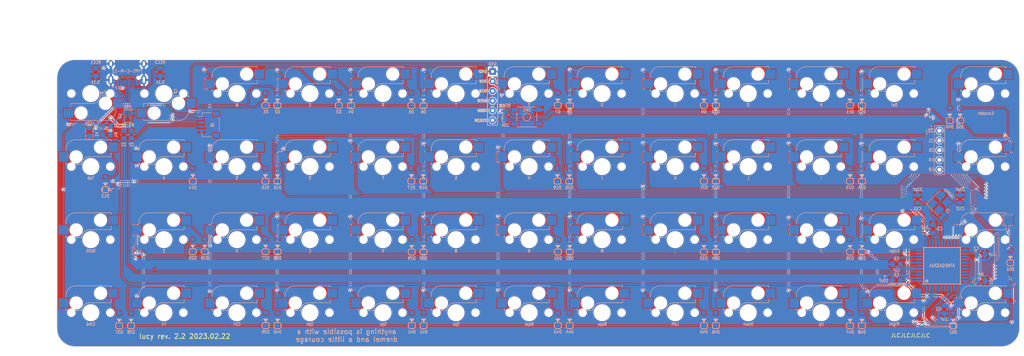
<source format=kicad_pcb>
(kicad_pcb (version 20211014) (generator pcbnew)
  (layers (0 "F.Cu" signal) (31 "B.Cu" signal) (34 "B.Paste" user) (35 "F.Paste" user) (36 "B.SilkS" user "B.Silkscreen") (37 "F.SilkS" user "F.Silkscreen") (38 "B.Mask" user) (39 "F.Mask" user) (44 "Edge.Cuts" user))
  (net 0 "")
  (net 1 "Net-(D1-Pad2)")
  (net 2 "Net-(D2-Pad2)")
  (net 3 "Net-(D3-Pad2)")
  (net 4 "Net-(D4-Pad2)")
  (net 5 "Net-(D5-Pad2)")
  (net 6 "Net-(D6-Pad2)")
  (net 7 "Net-(D7-Pad2)")
  (net 8 "Net-(D8-Pad2)")
  (net 9 "Net-(D9-Pad2)")
  (net 10 "Net-(D10-Pad2)")
  (net 11 "Net-(D11-Pad2)")
  (net 12 "Net-(D12-Pad2)")
  (net 13 "Net-(D13-Pad2)")
  (net 14 "Net-(D14-Pad2)")
  (net 15 "Net-(D15-Pad2)")
  (net 16 "Net-(D16-Pad2)")
  (net 17 "Net-(D17-Pad2)")
  (net 18 "Net-(D18-Pad2)")
  (net 19 "Net-(D19-Pad2)")
  (net 20 "Net-(D20-Pad2)")
  (net 21 "Net-(D21-Pad2)")
  (net 22 "Net-(D22-Pad2)")
  (net 23 "Net-(D23-Pad2)")
  (net 24 "Net-(D24-Pad2)")
  (net 25 "Net-(D25-Pad2)")
  (net 26 "Net-(D26-Pad2)")
  (net 27 "Net-(D27-Pad2)")
  (net 28 "Net-(D28-Pad2)")
  (net 29 "Net-(D29-Pad2)")
  (net 30 "Net-(D30-Pad2)")
  (net 31 "Net-(D31-Pad2)")
  (net 32 "Net-(D32-Pad2)")
  (net 33 "Net-(D33-Pad2)")
  (net 34 "Net-(D34-Pad2)")
  (net 35 "Net-(D35-Pad2)")
  (net 36 "Net-(D36-Pad2)")
  (net 37 "Net-(D37-Pad2)")
  (net 38 "Net-(D38-Pad2)")
  (net 39 "Net-(D39-Pad2)")
  (net 40 "Net-(D40-Pad2)")
  (net 41 "Net-(D41-Pad2)")
  (net 42 "Net-(D42-Pad2)")
  (net 43 "Net-(D43-Pad2)")
  (net 44 "Net-(D44-Pad2)")
  (net 45 "Net-(D45-Pad2)")
  (net 46 "Net-(D46-Pad2)")
  (net 47 "Net-(D47-Pad2)")
  (net 48 "Net-(D48-Pad2)")
  (net 49 "VCC")
  (net 50 "Net-(C6-Pad1)")
  (net 51 "XTAL1")
  (net 52 "XTAL2")
  (net 53 "row0")
  (net 54 "row1")
  (net 55 "row2")
  (net 56 "row3")
  (net 57 "D-")
  (net 58 "D+")
  (net 59 "col0")
  (net 60 "col1")
  (net 61 "col2")
  (net 62 "col3")
  (net 63 "col4")
  (net 64 "col5")
  (net 65 "col6")
  (net 66 "col7")
  (net 67 "col8")
  (net 68 "col9")
  (net 69 "col10")
  (net 70 "col11")
  (net 71 "Net-(R1-Pad2)")
  (net 72 "VBUS")
  (net 73 "Net-(J1-PadB5)")
  (net 74 "Net-(J1-PadA5)")
  (net 75 "ISP_Reset")
  (net 76 "Net-(D52-Pad2)")
  (net 77 "col12")
  (net 78 "GND")
  (net 79 "Net-(LED1-Pad2)")
  (net 80 "DBUS-")
  (net 81 "DBUS+")
  (net 84 "Net-(D49-Pad2)")
  (net 85 "Net-(D50-Pad2)")
  (net 86 "Net-(D51-Pad2)")
  (net 91 "Net-(U1-Pad22)")
  (net 92 "Net-(U1-Pad21)")
  (net 93 "Net-(U1-Pad20)")
  (net 94 "Net-(U1-Pad19)")
  (net 95 "Net-(U1-Pad18)")
  (footprint "MX_Only:MXOnly-1U-Hotswap" (layer "F.Cu") (at 124.990225 53.19395)
    (fp_text reference "K3")
    (fp_text value "KEYSW")
  )
  (footprint "MX_Only:MXOnly-1U-Hotswap" (layer "F.Cu") (at 201.190225 53.19395)
    (fp_text reference "K7")
    (fp_text value "KEYSW")
  )
  (footprint "MX_Only:MXOnly-1U-Hotswap" (layer "F.Cu") (at 182.140225 53.19395)
    (fp_text reference "K6")
    (fp_text value "KEYSW")
  )
  (footprint "MX_Only:MXOnly-1U-Hotswap" (layer "F.Cu") (at 163.090225 53.19395)
    (fp_text reference "K5")
    (fp_text value "KEYSW")
  )
  (footprint "MX_Only:MXOnly-1U-Hotswap" (layer "F.Cu") (at 86.890225 53.19395 180)
    (fp_text reference "K1")
    (fp_text value "KEYSW")
  )
  (footprint "MX_Only:MXOnly-1U-Hotswap" (layer "F.Cu") (at 220.240225 53.19395)
    (fp_text reference "K8")
    (fp_text value "KEYSW")
  )
  (footprint "MX_Only:MXOnly-1U-Hotswap" (layer "F.Cu") (at 239.290225 53.19395)
    (fp_text reference "K9")
    (fp_text value "KEYSW")
  )
  (footprint "MX_Only:MXOnly-1U-Hotswap" (layer "F.Cu") (at 86.890225 72.24395)
    (fp_text reference "K13")
    (fp_text value "KEYSW")
  )
  (footprint "MX_Only:MXOnly-1U-Hotswap" (layer "F.Cu") (at 105.940225 72.24395)
    (fp_text reference "K14")
    (fp_text value "KEYSW")
  )
  (footprint "MX_Only:MXOnly-1U-Hotswap" (layer "F.Cu") (at 144.045399 72.24395)
    (fp_text reference "K16")
    (fp_text value "KEYSW")
  )
  (footprint "MX_Only:MXOnly-1U-Hotswap" (layer "F.Cu") (at 277.390225 53.19395)
    (fp_text reference locked "K11")
    (fp_text value "KEYSW")
  )
  (footprint "MX_Only:MXOnly-1U-Hotswap" (layer "F.Cu") (at 163.090225 72.24395)
    (fp_text reference "K17")
    (fp_text value "KEYSW")
  )
  (footprint "MX_Only:MXOnly-1U-Hotswap" (layer "F.Cu") (at 182.140225 72.24395)
    (fp_text reference "K18")
    (fp_text value "KEYSW")
  )
  (footprint "MX_Only:MXOnly-1U-Hotswap" (layer "F.Cu") (at 201.190225 72.24395)
    (fp_text reference "K19")
    (fp_text value "KEYSW")
  )
  (footprint "MX_Only:MXOnly-1U-Hotswap" (layer "F.Cu") (at 105.940225 110.34395)
    (fp_text reference "K38")
    (fp_text value "KEYSW")
  )
  (footprint "MX_Only:MXOnly-1U-Hotswap" (layer "F.Cu") (at 124.990225 110.34395)
    (fp_text reference "K39")
    (fp_text value "KEYSW")
  )
  (footprint "MX_Only:MXOnly-1U-Hotswap" (layer "F.Cu") (at 144.040225 110.34395)
    (fp_text reference locked "K40")
    (fp_text value "KEYSW")
  )
  (footprint "MX_Only:MXOnly-1U-Hotswap" (layer "F.Cu") (at 163.090225 110.34395)
    (fp_text reference locked "K41")
    (fp_text value "KEYSW")
  )
  (footprint "MX_Only:MXOnly-1U-Hotswap" (layer "F.Cu") (at 182.140225 110.34395)
    (fp_text reference "K42")
    (fp_text value "KEYSW")
  )
  (footprint "MX_Only:MXOnly-1U-Hotswap" (layer "F.Cu") (at 220.240225 110.34395)
    (fp_text reference "K44")
    (fp_text value "KEYSW")
  )
  (footprint "MX_Only:MXOnly-1U-Hotswap" (layer "F.Cu") (at 239.290225 110.34395)
    (fp_text reference "K45")
    (fp_text value "KEYSW")
  )
  (footprint "MX_Only:MXOnly-1U-Hotswap" (layer "F.Cu") (at 258.340225 110.34395)
    (fp_text reference "K46")
    (fp_text value "KEYSW")
  )
  (footprint "MX_Only:MXOnly-1U-Hotswap" (layer "F.Cu") (at 277.390225 110.34395)
    (fp_text reference "K47")
    (fp_text value "KEYSW")
  )
  (footprint "MX_Only:MXOnly-1U-Hotswap" (layer "F.Cu") (at 201.190225 110.34395)
    (fp_text reference "K43")
    (fp_text value "KEYSW")
  )
  (footprint "MX_Only:MXOnly-1U-Hotswap" (layer "F.Cu") (at 277.390225 91.29395)
    (fp_text reference locked "K35")
    (fp_text value "KEYSW")
  )
  (footprint "MX_Only:MXOnly-1U-Hotswap" (layer "F.Cu") (at 258.340225 91.29395)
    (fp_text reference "K34")
    (fp_text value "KEYSW")
  )
  (footprint "MX_Only:MXOnly-1U-Hotswap" (layer "F.Cu") (at 220.240225 91.29395)
    (fp_text reference "K32")
    (fp_text value "KEYSW")
  )
  (footprint "MX_Only:MXOnly-1U-Hotswap" (layer "F.Cu") (at 182.140225 91.29395)
    (fp_text reference "K30")
    (fp_text value "KEYSW")
  )
  (footprint "MX_Only:MXOnly-1U-Hotswap" (layer "F.Cu") (at 144.040225 91.29395)
    (fp_text reference "K28")
    (fp_text value "KEYSW")
  )
  (footprint "MX_Only:MXOnly-1U-Hotswap" (layer "F.Cu") (at 86.890225 91.29395)
    (fp_text reference "K25")
    (fp_text value "KEYSW")
  )
  (footprint "MX_Only:MXOnly-1U-Hotswap" (layer "F.Cu") (at 163.090225 91.29395)
    (fp_text reference "K29")
    (fp_text value "KEYSW")
  )
  (footprint "MX_Only:MXOnly-1U-Hotswap" (layer "F.Cu") (at 296.440225 72.24395)
    (fp_text reference "K24")
    (fp_text value "KEYSW")
  )
  (footprint "MX_Only:MXOnly-1U-Hotswap" (layer "F.Cu") (at 124.990225 91.29395)
    (fp_text reference "K27")
    (fp_text value "KEYSW")
  )
  (footprint "MX_Only:MXOnly-1U-Hotswap" (layer "F.Cu") (at 105.940225 91.29395)
    (fp_text reference "K26")
    (fp_text value "KEYSW")
  )
  (footprint "MX_Only:MXOnly-1U-Hotswap" (layer "F.Cu") (at 258.340225 72.24395)
    (fp_text reference locked "K22")
    (fp_text value "KEYSW")
  )
  (footprint "MX_Only:MXOnly-1U-Hotswap" (layer "F.Cu") (at 239.290225 72.24395)
    (fp_text reference "K21")
    (fp_text value "KEYSW")
  )
  (footprint "MX_Only:MXOnly-1U-Hotswap" (layer "F.Cu") (at 277.390225 72.24395)
    (fp_text reference "K23")
    (fp_text value "KEYSW")
  )
  (footprint "MX_Only:MXOnly-1U-Hotswap" (layer "F.Cu") (at 296.440225 110.34395)
    (fp_text reference "K48")
    (fp_text value "KEYSW")
  )
  (footprint "MX_Only:MXOnly-1U-Hotswap" (layer "F.Cu") (at 296.440225 91.29395)
    (fp_text reference "K36")
    (fp_text value "KEYSW")
  )
  (footprint "MX_Only:MXOnly-1U-Hotswap" (layer "F.Cu") (at 296.440225 53.19395)
    (fp_text reference "K12")
    (fp_text value "KEYSW")
  )
  (footprint "MX_Only:MXOnly-1U-Hotswap" (layer "F.Cu") (at 105.940225 53.19395 180)
    (fp_text reference "K2")
    (fp_text value "KEYSW")
  )
  (footprint "MX_Only:MXOnly-1U-Hotswap" (layer "F.Cu") (at 144.040225 53.19395)
    (fp_text reference "K4")
    (fp_text value "KEYSW")
  )
  (footprint "MX_Only:MXOnly-1U-Hotswap" (layer "F.Cu") (at 320.252785 110.34423)
    (fp_text reference "K52")
    (fp_text value "KEYSW")
  )
  (footprint "MX_Only:MXOnly-1U-Hotswap" (layer "F.Cu") (at 320.252785 72.24407)
    (fp_text reference "K50")
    (fp_text value "KEYSW")
  )
  (footprint "MX_Only:MXOnly-1U-Hotswap" (layer "F.Cu") (at 320.252785 91.29415)
    (fp_text reference "K51")
    (fp_text value "KEYSW")
  )
  (footprint "MX_Only:MXOnly-1U-Hotswap" (layer "F.Cu") (at 201.190225 91.29395)
    (fp_text reference "K31")
    (fp_text value "KEYSW")
  )
  (footprint "MX_Only:MXOnly-1U-Hotswap" (layer "F.Cu") (at 239.290225 91.29395)
    (fp_text reference "K33")
    (fp_text value "KEYSW")
  )
  (footprint "MX_Only:MXOnly-1U-Hotswap" (layer "F.Cu") (at 86.890225 110.34395)
    (fp_text reference "K37")
    (fp_text value "KEYSW")
  )
  (footprint "MX_Only:MXOnly-1U-Hotswap" (layer "F.Cu") (at 258.340225 53.19395)
    (fp_text reference "K10")
    (fp_text value "KEYSW")
  )
  (footprint "MX_Only:MXOnly-1U-Hotswap" (layer "F.Cu") (at 124.990225 72.24395)
    (fp_text reference "K15")
    (fp_text value "KEYSW")
  )
  (footprint "MX_Only:MXOnly-1U-Hotswap" (layer "F.Cu") (at 220.240225 72.24395)
    (fp_text reference "K20")
    (fp_text value "KEYSW")
  )
  (footprint "MX_Only:MXOnly-1U-Hotswap" (layer "F.Cu") (at 320.252725 53.19395)
    (fp_text reference "K49")
    (fp_text value "KEYSW")
  )
  (footprint "Capacitor_SMD:C_0805_2012Metric_Pad1.18x1.45mm_HandSolder" (layer "B.Cu") (at 309.490225 109.49395 -90)
    (fp_text reference "C1")
    (fp_text value ".1uF")
  )
  (footprint "Keeb_footprints:D_SOD-123_modified" (layer "B.Cu") (at 116.590225 92.79395 90)
    (fp_text reference "D26")
    (fp_text value "D")
  )
  (footprint "Keeb_footprints:D_SOD-123_modified" (layer "B.Cu") (at 208.590225 74.39395 90)
    (fp_text reference "D19")
    (fp_text value "D")
  )
  (footprint "Keeb_footprints:D_SOD-123_modified" (layer "B.Cu") (at 170.490225 74.39395 90)
    (fp_text reference "D17")
    (fp_text value "D")
  )
  (footprint "Keeb_footprints:D_SOD-123_modified" (layer "B.Cu") (at 135.581415 74.39395 90)
    (fp_text reference "D16")
    (fp_text value "D")
  )
  (footprint "Keeb_footprints:D_SOD-123_modified" (layer "B.Cu") (at 113.490225 74.39395 90)
    (fp_text reference "D14")
    (fp_text value "D")
  )
  (footprint "Keeb_footprints:D_SOD-123_modified" (layer "B.Cu") (at 284.890625 54.65625 90)
    (fp_text reference "D11")
    (fp_text value "D")
  )
  (footprint "Keeb_footprints:D_SOD-123_modified" (layer "B.Cu") (at 249.881415 54.65625 90)
    (fp_text reference "D10")
    (fp_text value "D")
  )
  (footprint "Keeb_footprints:D_SOD-123_modified" (layer "B.Cu") (at 211.781415 54.65625 90)
    (fp_text reference "D8")
    (fp_text value "D")
  )
  (footprint "Keeb_footprints:D_SOD-123_modified" (layer "B.Cu") (at 208.681415 54.65625 90)
    (fp_text reference "D7")
    (fp_text value "D")
  )
  (footprint "Keeb_footprints:D_SOD-123_modified" (layer "B.Cu") (at 173.651789 54.683377 90)
    (fp_text reference "D6")
    (fp_text value "D")
  )
  (footprint "Keeb_footprints:D_SOD-123_modified" (layer "B.Cu") (at 170.476789 54.683377 90)
    (fp_text reference "D5")
    (fp_text value "D")
  )
  (footprint "Keeb_footprints:D_SOD-123_modified" (layer "B.Cu") (at 154.751789 54.65625 90)
    (fp_text reference "D4")
    (fp_text value "D")
  )
  (footprint "Keeb_footprints:D_SOD-123_modified" (layer "B.Cu") (at 287.990625 112.1 90)
    (fp_text reference "D48")
    (fp_text value "D")
  )
  (footprint "Keeb_footprints:D_SOD-123_modified" (layer "B.Cu") (at 284.890625 112.1 90)
    (fp_text reference "D47")
    (fp_text value "D")
  )
  (footprint "Keeb_footprints:D_SOD-123_modified" (layer "B.Cu") (at 249.890625 112.063123 90)
    (fp_text reference "D46")
    (fp_text value "D")
  )
  (footprint "Keeb_footprints:D_SOD-123_modified" (layer "B.Cu") (at 246.790625 112.05625 90)
    (fp_text reference "D45")
    (fp_text value "D")
  )
  (footprint "Keeb_footprints:D_SOD-123_modified" (layer "B.Cu") (at 211.783999 112.05625 90)
    (fp_text reference "D44")
    (fp_text value "D")
  )
  (footprint "Keeb_footprints:D_SOD-123_modified" (layer "B.Cu") (at 208.7 112.05625 90)
    (fp_text reference "D43")
    (fp_text value "D")
  )
  (footprint "Keeb_footprints:D_SOD-123_modified" (layer "B.Cu") (at 211.790625 92.85625 90)
    (fp_text reference "D32")
    (fp_text value "D")
  )
  (footprint "Keeb_footprints:D_SOD-123_modified" (layer "B.Cu") (at 284.890625 74.39395 90)
    (fp_text reference "D23")
    (fp_text value "D")
  )
  (footprint "Keeb_footprints:D_SOD-123_modified" (layer "B.Cu") (at 208.690625 92.85625 90)
    (fp_text reference "D31")
    (fp_text value "D")
  )
  (footprint "Keeb_footprints:D_SOD-123_modified" (layer "B.Cu") (at 170.585999 92.85625 90)
    (fp_text reference "D29")
    (fp_text value "D")
  )
  (footprint "Keeb_footprints:D_SOD-123_modified" (layer "B.Cu") (at 132.490225 92.79395 90)
    (fp_text reference "D27")
    (fp_text value "D")
  )
  (footprint "Keeb_footprints:D_SOD-123_modified" (layer "B.Cu") (at 287.990625 74.39395 90)
    (fp_text reference "D24")
    (fp_text value "D")
  )
  (footprint "Keeb_footprints:D_SOD-123_modified" (layer "B.Cu") (at 284.890625 92.85625 90)
    (fp_text reference "D35")
    (fp_text value "D")
  )
  (footprint "Keeb_footprints:D_SOD-123_modified" (layer "B.Cu") (at 249.890625 92.85625 90)
    (fp_text reference "D34")
    (fp_text value "D")
  )
  (footprint "Keeb_footprints:D_SOD-123_modified" (layer "B.Cu") (at 246.790625 92.85625 90)
    (fp_text reference "D33")
    (fp_text value "D")
  )
  (footprint "Keeb_footprints:D_SOD-123_modified" (layer "B.Cu") (at 173.690625 112.05625 90)
    (fp_text reference "D42")
    (fp_text value "D")
  )
  (footprint "Keeb_footprints:D_SOD-123_modified" (layer "B.Cu") (at 151.576789 54.65625 90)
    (fp_text reference "D3")
    (fp_text value "D")
  )
  (footprint "Keeb_footprints:D_SOD-123_modified" (layer "B.Cu") (at 211.690225 74.39395 90)
    (fp_text reference "D20")
    (fp_text value "D")
  )
  (footprint "Keeb_footprints:ICSP-Header_small_pins" (layer "B.Cu") (at 191.665313 47.44395 180)
    (fp_text reference "J2" hide)
    (fp_text value "AVR-ISP-6_mod")
  )
  (footprint "Keeb_footprints:D_SOD-123_modified" (layer "B.Cu") (at 287.990625 54.65625 90)
    (fp_text reference "D12")
    (fp_text value "D")
  )
  (footprint "Keeb_footprints:D_SOD-123_modified" (layer "B.Cu") (at 311.790625 112.1 90)
    (fp_text reference "D52")
    (fp_text value "D")
  )
  (footprint "Keeb_footprints:D_SOD-123_modified" (layer "B.Cu") (at 313.590225 58.59395 90)
    (fp_text reference "D50")
    (fp_text value "D")
  )
  (footprint "Keeb_footprints:D_SOD-123_modified" (layer "B.Cu") (at 326.690225 95.69395 90)
    (fp_text reference "D51")
    (fp_text value "D")
  )
  (footprint "random-keyboard-parts:SKQG-1155865" (layer "B.Cu") (at 200.590225 59.29395)
    (fp_text reference "SW1")
    (fp_text value "SW_PUSH")
  )
  (footprint "Keebio-Parts:ATMEGA32U4-AU" (layer "B.Cu") (at 308.890225 98.09395)
    (fp_text reference "U1")
    (fp_text value "ATMEGA32U4")
  )
  (footprint "Capacitor_SMD:C_0805_2012Metric_Pad1.18x1.45mm_HandSolder" (layer "B.Cu") (at 306.590225 88.49395 90)
    (fp_text reference "C3")
    (fp_text value ".1uF")
  )
  (footprint "Capacitor_SMD:C_0805_2012Metric_Pad1.18x1.45mm_HandSolder" (layer "B.Cu") (at 313.590225 80.69395 90)
    (fp_text reference "CX2")
    (fp_text value "22pF")
  )
  (footprint "Capacitor_SMD:C_0805_2012Metric_Pad1.18x1.45mm_HandSolder" (layer "B.Cu") (at 302.490225 80.69395 90)
    (fp_text reference "CX1")
    (fp_text value "22pF")
  )
  (footprint "Crystal:Crystal_SMD_3225-4Pin_3.2x2.5mm_HandSoldering" (layer "B.Cu") (at 308.290225 81.69395 45)
    (fp_text reference "Y1")
    (fp_text value "16MHz")
  )
  (footprint "Fuse:Fuse_0805_2012Metric_Pad1.15x1.40mm_HandSolder" (layer "B.Cu") (at 91 61.7)
    (fp_text reference "F1")
    (fp_text value ".5A")
  )
  (footprint "Keeb_footprints:TYPE-C-31-M-12" (layer "B.Cu") (at 96.415217 51.1225)
    (fp_text reference "J1")
    (fp_text value "TYPE-C-31-M12_13")
  )
  (footprint "Keeb_footprints:R_0805_2012Metric_Pad1.20x1.40mm_HandSolder" (layer "B.Cu") (at 97.490625 63.9 90)
    (fp_text reference "R3")
    (fp_text value "22")
  )
  (footprint "Keeb_footprints:R_0805_2012Metric_Pad1.20x1.40mm_HandSolder" (layer "B.Cu") (at 88.1 47.6 90)
    (fp_text reference "RCC1")
    (fp_text value "5.1k")
  )
  (footprint "Keeb_footprints:R_0805_2012Metric_Pad1.20x1.40mm_HandSolder" (layer "B.Cu") (at 91 63.9 180)
    (fp_text reference "R4")
    (fp_text value "1k")
  )
  (footprint "LED_SMD:LED_0805_2012Metric_Pad1.15x1.40mm_HandSolder" (layer "B.Cu") (at 86.5 63.2 90)
    (fp_text reference "LED1")
    (fp_text value "LED")
  )
  (footprint "Keeb_footprints:D_SOD-123_modified" (layer "B.Cu") (at 135.590625 112.05625 90)
    (fp_text reference "D40")
    (fp_text value "D")
  )
  (footprint "Keeb_footprints:D_SOD-123_modified" (layer "B.Cu") (at 132.490625 112.063123 90)
    (fp_text reference "D39")
    (fp_text value "D")
  )
  (footprint "Capacitor_SMD:C_0805_2012Metric_Pad1.18x1.45mm_HandSolder" (layer "B.Cu") (at 318.990225 95.09395)
    (fp_text reference "C2")
    (fp_text value ".1uF")
  )
  (footprint "Keeb_footprints:R_0805_2012Metric_Pad1.20x1.40mm_HandSolder" (layer "B.Cu") (at 95.490625 63.9 90)
    (fp_text reference "R2")
    (fp_text value "22")
  )
  (footprint "Capacitor_SMD:C_0805_2012Metric_Pad1.18x1.45mm_HandSolder" (layer "B.Cu") (at 296.990225 101.89395 180)
    (fp_text reference "C5")
    (fp_text value "10uF")
  )
  (footprint "Capacitor_SMD:C_0805_2012Metric_Pad1.18x1.45mm_HandSolder" (layer "B.Cu") (at 296.990225 97.69395 180)
    (fp_text reference "C6")
    (fp_text value "1uF")
  )
  (footprint "Keeb_footprints:R_0805_2012Metric_Pad1.20x1.40mm_HandSolder" (layer "B.Cu") (at 319.090225 102.09395 180)
    (fp_text reference "R1")
    (fp_text value "10k")
  )
  (footprint "Keeb_footprints:D_SOD-123_modified" (layer "B.Cu") (at 90.7 76.6 90)
    (fp_text reference "D13")
    (fp_text value "D")
  )
  (footprint "Keeb_footprints:D_SOD-123_modified" (layer "B.Cu") (at 94.290225 112.09395 90)
    (fp_text reference "D37")
    (fp_text value "D")
  )
  (footprint "Keeb_footprints:D_SOD-123_modified" (layer "B.Cu") (at 97.390225 112.09395 90)
    (fp_text reference "D38")
    (fp_text value "D")
  )
  (footprint "Keeb_footprints:D_SOD-123_modified" (layer "B.Cu") (at 170.590625 112.05625 90)
    (fp_text reference "D41")
    (fp_text value "D")
  )
  (footprint "Keeb_footprints:D_SOD-123_modified" (layer "B.Cu") (at 135.590225 92.79395 90)
    (fp_text reference "D28")
    (fp_text value "D")
  )
  (footprint "Keeb_footprints:D_SOD-123_modified" (layer "B.Cu") (at 173.65 92.85625 90)
    (fp_text reference "D30")
    (fp_text value "D")
  )
  (footprint "Keeb_footprints:D_SOD-123_modified" (layer "B.Cu") (at 287.990625 92.85625 90)
    (fp_text reference "D36")
    (fp_text value "D")
  )
  (footprint "Keeb_footprints:D_SOD-123_modified" (layer "B.Cu") (at 113.490225 92.79395 90)
    (fp_text reference "D25")
    (fp_text value "D")
  )
  (footprint "Keeb_footprints:D_SOD-123_modified" (layer "B.Cu") (at 135.581415 54.65625 90)
    (fp_text reference "D2")
    (fp_text value "D")
  )
  (footprint "Keeb_footprints:D_SOD-123_modified" (layer "B.Cu") (at 310.890225 58.59395 90)
    (fp_text reference "D49")
    (fp_text value "D")
  )
  (footprint "Keeb_footprints:D_SOD-123_modified" (layer "B.Cu") (at 246.781415 54.65625 90)
    (fp_text reference "D9")
    (fp_text value "D")
  )
  (footprint "Keeb_footprints:D_SOD-123_modified" (layer "B.Cu") (at 132.490625 54.64995 90)
    (fp_text reference "D1")
    (fp_text value "D")
  )
  (footprint "Keeb_footprints:R_0805_2012Metric_Pad1.20x1.40mm_HandSolder" (layer "B.Cu") (at 194.990225 58.79395 90)
    (fp_text reference "RSW1")
    (fp_text value "10k")
  )
  (footprint "Keeb_footprints:D_SOD-123_modified" (layer "B.Cu") (at 249.881415 74.39395 90)
    (fp_text reference "D22")
    (fp_text value "D")
  )
  (footprint "Keeb_footprints:D_SOD-123_modified" (layer "B.Cu") (at 246.781415 74.39395 90)
    (fp_text reference "D21")
    (fp_text value "D")
  )
  (footprint "Keeb_footprints:D_SOD-123_modified" (layer "B.Cu") (at 173.590225 74.39395 90)
    (fp_text reference "D18")
    (fp_text value "D")
  )
  (footprint "Keeb_footprints:D_SOD-123_modified" (layer "B.Cu") (at 132.431415 74.39395 90)
    (fp_text reference "D15")
    (fp_text value "D")
  )
  (footprint "Keeb_footprints:R_0805_2012Metric_Pad1.20x1.40mm_HandSolder" (layer "B.Cu") (at 105 47.6 90)
    (fp_text reference "RCC2")
    (fp_text value "5.1k")
  )
  (footprint "Keebio-Parts:SOT-143B" (layer "B.Cu") (at 96.490625 59.1 -90)
    (fp_text reference "U2")
    (fp_text value "PRTR5V0U2X" hide)
  )
  (footprint "Connector_PinHeader_2.54mm:PinHeader_1x05_P2.54mm_Vertical" (layer "B.Cu") (at 308.2 62.88 180)
    (fp_text reference "J3")
    (fp_text value "Conn_01x05_Female")
  )
  (footprint "Connector_JST:JST_SH_SM04B-SRSS-TB_1x04-1MP_P1.00mm_Horizontal" (layer "B.Cu") (at 117.7 61.3 -90)
    (fp_text reference "J8")
    (fp_text value "4PIN")
  )
  (gr_arc (start 324.420112 44.264255) (mid 327.787711 45.65916) (end 329.182616 49.026759) (layer "Edge.Cuts") (width 0.05))
  (gr_arc (start 329.182616 114.511189) (mid 327.787711 117.878788) (end 324.420112 119.273693) (layer "Edge.Cuts") (width 0.05))
  (gr_arc (start 77.96053 49.026759) (mid 79.355435 45.65916) (end 82.723034 44.264255) (layer "Edge.Cuts") (width 0.05))
  (gr_line (start 329.182616 49.026759) (end 329.182616 114.511189) (layer "Edge.Cuts") (width 0.05))
  (gr_arc (start 82.723034 119.273693) (mid 79.355435 117.878788) (end 77.96053 114.511189) (layer "Edge.Cuts") (width 0.05))
  (gr_line (start 82.723034 119.273693) (end 324.420112 119.273693) (layer "Edge.Cuts") (width 0.05))
  (gr_line (start 324.420112 44.264255) (end 82.723034 44.264255) (layer "Edge.Cuts") (width 0.05))
  (gr_line (start 77.96053 114.511189) (end 77.96053 49.026759) (layer "Edge.Cuts") (width 0.05))
  (gr_text "16MHz" (at 310.740225 79.24395 315) (layer "B.SilkS") (effects (font (size 0.8 0.7)) (justify mirror)))
  (gr_text "Encoder" (at 320.27947 58.34087) (layer "B.SilkS") (effects (font (size 0.8 0.7)) (justify mirror)))
  (gr_text "B" (at 182.140313 94.270555) (layer "B.SilkS") (effects (font (size 0.8 0.7)) (justify mirror)))
  (gr_text "M" (at 220.240345 94.270555) (layer "B.SilkS") (effects (font (size 0.8 0.7)) (justify mirror)))
  (gr_text "R" (at 163.090297 56.170523) (layer "B.SilkS") (effects (font (size 0.8 0.7)) (justify mirror)))
  (gr_text "V" (at 163.090297 94.270555) (layer "B.SilkS") (effects (font (size 0.8 0.7)) (justify mirror)))
  (gr_text "anything is possible with a\ndremel and a little courage" (at 153.590225 116.29395) (layer "B.SilkS") (effects (font (size 1.25 1.25) (thickness 0.2)) (justify mirror)))
  (gr_text "F" (at 163.090297 75.220539) (layer "B.SilkS") (effects (font (size 0.8 0.7)) (justify mirror)))
  (gr_text "N" (at 201.190329 94.270555) (layer "B.SilkS") (effects (font (size 0.8 0.7)) (justify mirror)))
  (gr_text "D" (at 144.040281 75.220539) (layer "B.SilkS") (effects (font (size 0.8 0.7)) (justify mirror)))
  (gr_text "O" (at 258.340377 56.170523) (layer "B.SilkS") (effects (font (size 0.8 0.7)) (justify mirror)))
  (gr_text "Shift" (at 86.890233 94.270555) (layer "B.SilkS") (effects (font (size 0.8 0.7)) (justify mirror)))
  (gr_text "Down" (at 258.340377 113.320571) (layer "B.SilkS") (effects (font (size 0.8 0.7)) (justify mirror)))
  (gr_text "J" (at 220.240345 75.220539) (layer "B.SilkS") (effects (font (size 0.8 0.7)) (justify mirror)))
  (gr_text "Right" (at 296.440409 113.320571) (layer "B.SilkS") (effects (font (size 0.8 0.7)) (justify mirror)))
  (gr_text "I" (at 239.290361 56.170523) (layer "B.SilkS") (effects (font (size 0.8 0.7)) (justify mirror)))
  (gr_text "G" (at 182.140313 75.220539) (layer "B.SilkS") (effects (font (size 0.8 0.7)) (justify mirror)))
  (gr_text ";" (at 277.390393 75.220539) (layer "B.SilkS") (effects (font (size 0.8 0.7)) (justify mirror)))
  (gr_text "E" (at 144.040281 56.170523) (layer "B.SilkS") (effects (font (size 0.8 0.7)) (justify mirror)))
  (gr_text "S" (at 124.990265 75.220539) (layer "B.SilkS") (effects (font (size 0.8 0.7)) (justify mirror)))
  (gr_text "U" (at 220.213553 56.112152) (layer "B.SilkS") (effects (font (size 0.8 0.7)) (justify mirror)))
  (gr_text "." (at 258.340377 94.270555) (layer "B.SilkS") (effects (font (size 0.8 0.7)) (justify mirror)))
  (gr_text "'" (at 296.440409 75.220539) (layer "B.SilkS") (effects (font (size 0.8 0.7)) (justify mirror)))
  (gr_text "Bspc" (at 201.190329 113.320571) (layer "B.SilkS") (effects (font (size 0.8 0.7)) (justify mirror)))
  (gr_text "/" (at 277.390393 94.270555) (layer "B.SilkS") (effects (font (size 0.8 0.7)) (justify mirror)))
  (gr_text "H" (at 201.190329 75.220539) (layer "B.SilkS") (effects (font (size 0.8 0.7)) (justify mirror)))
  (gr_text "Del" (at 296.440409 56.170523) (layer "B.SilkS") (effects (font (size 0.8 0.7)) (justify mirror)))
  (gr_text "A" (at 105.940249 75.220539) (layer "B.SilkS") (effects (font (size 0.8 0.7)) (justify mirror)))
  (gr_text "Cmd" (at 86.890233 113.320571) (layer "B.SilkS") (effects (font (size 0.8 0.7)) (justify mirror)))
  (gr_text "Spc" (at 163.090297 113.320571) (layer "B.SilkS") (effects (font (size 0.8 0.7)) (justify mirror)))
  (gr_text "Spc" (at 182.140313 113.320571) (layer "B.SilkS") (effects (font (size 0.8 0.7)) (justify mirror)))
  (gr_text "C" (at 144.040281 94.270555) (layer "B.SilkS") (effects (font (size 0.8 0.7)) (justify mirror)))
  (gr_text "Z" (at 105.940249 94.270555) (layer "B.SilkS") (effects (font (size 0.8 0.7)) (justify mirror)))
  (gr_text "P" (at 277.390393 56.306269) (layer "B.SilkS") (effects (font (size 0.8 0.7)) (justify mirror)))
  (gr_text "Opt" (at 144.040281 113.320571) (layer "B.SilkS") (effects (font (size 0.8 0.7)) (justify mirror)))
  (gr_text "L" (at 258.340377 75.220539) (layer "B.SilkS") (effects (font (size 0.8 0.7)) (justify mirror)))
  (gr_text "Fn" (at 105.940249 113.320571) (layer "B.SilkS") (effects (font (size 0.8 0.7)) (justify mirror)))
  (gr_text "W" (at 124.990265 56.170523) (layer "B.SilkS") (effects (font (size 0.8 0.7)) (justify mirror)))
  (gr_text "Ctrl" (at 124.990265 113.320571) (layer "B.SilkS") (effects (font (size 0.8 0.7)) (justify mirror)))
  (gr_text "T" (at 182.140313 56.170523) (layer "B.SilkS") (effects (font (size 0.8 0.7)) (justify mirror)))
  (gr_text "," (at 239.290361 94.270555) (layer "B.SilkS") (effects (font (size 0.8 0.7)) (justify mirror)))
  (gr_text "Up" (at 277.390393 113.320571) (layer "B.SilkS") (effects (font (size 0.8 0.7)) (justify mirror)))
  (gr_text "Esc" (at 90 52.9) (layer "B.SilkS") (effects (font (size 0.8 0.7)) (justify mirror)))
  (gr_text "Bspc" (at 220.240345 113.320571) (layer "B.SilkS") (effects (font (size 0.8 0.7)) (justify mirror)))
  (gr_text "Enter" (at 296.440409 94.270555) (layer "B.SilkS") (effects (font (size 0.8 0.7)) (justify mirror)))
  (gr_text "Q" (at 109 52.6) (layer "B.SilkS") (effects (font (size 1 1)) (justify mirror)))
  (gr_text "Tab" (at 86.890233 75.220539) (layer "B.SilkS") (effects (font (size 0.8 0.7)) (justify mirror)))
  (gr_text "Left" (at 239.290361 113.320571) (layer "B.SilkS") (effects (font (size 0.8 0.7)) (justify mirror)))
  (gr_text "K" (at 239.290361 75.220539) (layer "B.SilkS") (effects (font (size 0.8 0.7)) (justify mirror)))
  (gr_text "Y" (at 201.190329 55.96895) (layer "B.SilkS") (effects (font (size 1 1)) (justify mirror)))
  (gr_text "X" (at 124.990265 94.270555) (layer "B.SilkS") (effects (font (size 0.8 0.7)) (justify mirror)))
  (gr_text "JLCJLCJLCJLC" (at 300.632625 116.284314) (layer "F.SilkS") (effects (font (size 1 1))))
  (gr_text "lucy rev. 2.2 2023.02.22" (at 111.38288 116.5) (layer "F.SilkS") (effects (font (size 1.25 1.25) (thickness 0.2))))
  (segment (start 88.5 61.2) (end 93.7 56) (width 0.25) (layer "F.Cu") (net 1))
  (segment (start 105.4 56) (end 108.2 58.8) (width 0.25) (layer "F.Cu") (net 1))
  (segment (start 93.7 56) (end 105.4 56) (width 0.25) (layer "F.Cu") (net 1))
  (segment (start 81 61.2) (end 88.5 61.2) (width 0.25) (layer "F.Cu") (net 1))
  (via (at 108.2 58.8) (size 0.65) (drill 0.35) (layers "F.Cu" "B.Cu") (net 1))
  (via (at 81 61.2) (size 0.65) (drill 0.35) (layers "F.Cu" "B.Cu") (net 1))
  (segment (start 132.490625 54.109375) (end 129.95 56.65) (width 0.25) (layer "B.Cu") (net 1))
  (segment (start 113.8 58.8) (end 108.2 58.8) (width 0.25) (layer "B.Cu") (net 1))
  (segment (start 132.490625 52.99995) (end 132.490625 54.109375) (width 0.25) (layer "B.Cu") (net 1))
  (segment (start 129.95 56.65) (end 115.95 56.65) (width 0.25) (layer "B.Cu") (net 1))
  (segment (start 115.95 56.65) (end 113.8 58.8) (width 0.25) (layer "B.Cu") (net 1))
  (segment (start 81.048225 61.151775) (end 81.048225 58.27395) (width 0.25) (layer "B.Cu") (net 1))
  (segment (start 81 61.2) (end 81.048225 61.151775) (width 0.25) (layer "B.Cu") (net 1))
  (segment (start 106.6 56) (end 109.02048 58.42048) (width 0.25) (layer "B.Cu") (net 2))
  (segment (start 128.05 55.55) (end 128.05 52.65) (width 0.25) (layer "B.Cu") (net 2))
  (segment (start 115.792798 56.27048) (end 127.32952 56.27048) (width 0.25) (layer "B.Cu") (net 2))
  (segment (start 113.642798 58.42048) (end 115.792798 56.27048) (width 0.25) (layer "B.Cu") (net 2))
  (segment (start 102.372175 56) (end 106.6 56) (width 0.25) (layer "B.Cu") (net 2))
  (segment (start 133.875165 51.3) (end 135.581415 53.00625) (width 0.25) (layer "B.Cu") (net 2))
  (segment (start 109.02048 58.42048) (end 113.642798 58.42048) (width 0.25) (layer "B.Cu") (net 2))
  (segment (start 129.4 51.3) (end 133.875165 51.3) (width 0.25) (layer "B.Cu") (net 2))
  (segment (start 127.32952 56.27048) (end 128.05 55.55) (width 0.25) (layer "B.Cu") (net 2))
  (segment (start 100.098225 58.27395) (end 102.372175 56) (width 0.25) (layer "B.Cu") (net 2))
  (segment (start 128.05 52.65) (end 129.4 51.3) (width 0.25) (layer "B.Cu") (net 2))
  (segment (start 140.83577 46.23577) (end 145.4 50.8) (width 0.25) (layer "B.Cu") (net 3))
  (segment (start 130.832225 48.11395) (end 132.710405 46.23577) (width 0.25) (layer "B.Cu") (net 3))
  (segment (start 132.710405 46.23577) (end 140.83577 46.23577) (width 0.25) (layer "B.Cu") (net 3))
  (segment (start 145.4 50.8) (end 149.370539 50.8) (width 0.25) (layer "B.Cu") (net 3))
  (segment (start 149.370539 50.8) (end 151.576789 53.00625) (width 0.25) (layer "B.Cu") (net 3))
  (segment (start 154.751789 52.983514) (end 149.882225 48.11395) (width 0.25) (layer "B.Cu") (net 4))
  (segment (start 154.751789 53.00625) (end 154.751789 52.983514) (width 0.25) (layer "B.Cu") (net 4))
  (segment (start 168.932225 51.488813) (end 168.932225 48.11395) (width 0.25) (layer "B.Cu") (net 5))
  (segment (start 170.476789 53.033377) (end 168.932225 51.488813) (width 0.25) (layer "B.Cu") (net 5))
  (segment (start 172.86423 46.23577) (end 172.3 46.8) (width 0.25) (layer "B.Cu") (net 6))
  (segment (start 186.104045 46.23577) (end 172.86423 46.23577) (width 0.25) (layer "B.Cu") (net 6))
  (segment (start 172.3 46.8) (end 172.3 51.681588) (width 0.25) (layer "B.Cu") (net 6))
  (segment (start 187.982225 48.11395) (end 186.104045 46.23577) (width 0.25) (layer "B.Cu") (net 6))
  (segment (start 172.3 51.681588) (end 173.651789 53.033377) (width 0.25) (layer "B.Cu") (net 6))
  (segment (start 207.032225 48.11395) (end 207.032225 51.35706) (width 0.25) (layer "B.Cu") (net 7))
  (segment (start 207.032225 51.35706) (end 208.681415 53.00625) (width 0.25) (layer "B.Cu") (net 7))
  (segment (start 226.082225 48.11395) (end 224.207704 46.239429) (width 0.25) (layer "B.Cu") (net 8))
  (segment (start 224.207704 46.239429) (end 211.544746 46.239429) (width 0.25) (layer "B.Cu") (net 8))
  (segment (start 211.544746 46.239429) (end 210.8 46.984175) (width 0.25) (layer "B.Cu") (net 8))
  (segment (start 210.8 52.024835) (end 211.781415 53.00625) (width 0.25) (layer "B.Cu") (net 8))
  (segment (start 210.8 46.984175) (end 210.8 52.024835) (width 0.25) (layer "B.Cu") (net 8))
  (segment (start 245.132225 51.35706) (end 246.781415 53.00625) (width 0.25) (layer "B.Cu") (net 9))
  (segment (start 245.132225 48.11395) (end 245.132225 51.35706) (width 0.25) (layer "B.Cu") (net 9))
  (segment (start 248.8 47.203725) (end 248.8 51.924835) (width 0.25) (layer "B.Cu") (net 10))
  (segment (start 248.8 51.924835) (end 249.881415 53.00625) (width 0.25) (layer "B.Cu") (net 10))
  (segment (start 262.307704 46.239429) (end 249.764296 46.239429) (width 0.25) (layer "B.Cu") (net 10))
  (segment (start 249.764296 46.239429) (end 248.8 47.203725) (width 0.25) (layer "B.Cu") (net 10))
  (segment (start 264.182225 48.11395) (end 262.307704 46.239429) (width 0.25) (layer "B.Cu") (net 10))
  (segment (start 284.890625 53.00625) (end 283.232225 51.34785) (width 0.25) (layer "B.Cu") (net 11))
  (segment (start 283.232225 51.34785) (end 283.232225 48.11395) (width 0.25) (layer "B.Cu") (net 11))
  (segment (start 302.282225 48.11395) (end 300.407704 46.239429) (width 0.25) (layer "B.Cu") (net 12))
  (segment (start 286.890625 51.90625) (end 287.990625 53.00625) (width 0.25) (layer "B.Cu") (net 12))
  (segment (start 300.407704 46.239429) (end 287.707446 46.239429) (width 0.25) (layer "B.Cu") (net 12))
  (segment (start 287.707446 46.239429) (end 286.890625 47.05625) (width 0.25) (layer "B.Cu") (net 12))
  (segment (start 286.890625 47.05625) (end 286.890625 51.90625) (width 0.25) (layer "B.Cu") (net 12))
  (segment (start 93.8 71.1) (end 92.732225 70.032225) (width 0.25) (layer "B.Cu") (net 13))
  (segment (start 90.7 74.95) (end 92.75 74.95) (width 0.25) (layer "B.Cu") (net 13))
  (segment (start 92.75 74.95) (end 93.8 73.9) (width 0.25) (layer "B.Cu") (net 13))
  (segment (start 92.732225 70.032225) (end 92.732225 67.16395) (width 0.25) (layer "B.Cu") (net 13))
  (segment (start 93.8 73.9) (end 93.8 71.1) (width 0.25) (layer "B.Cu") (net 13))
  (segment (start 111.782225 71.03595) (end 113.490225 72.74395) (width 0.25) (layer "B.Cu") (net 14))
  (segment (start 111.782225 67.16395) (end 111.782225 71.03595) (width 0.25) (layer "B.Cu") (net 14))
  (segment (start 130.832225 71.14476) (end 130.832225 67.16395) (width 0.25) (layer "B.Cu") (net 15))
  (segment (start 132.431415 72.74395) (end 130.832225 71.14476) (width 0.25) (layer "B.Cu") (net 15))
  (segment (start 134.890225 65.875197) (end 134.890225 72.05276) (width 0.25) (layer "B.Cu") (net 16))
  (segment (start 134.890225 72.05276) (end 135.581415 72.74395) (width 0.25) (layer "B.Cu") (net 16))
  (segment (start 149.887399 67.16395) (end 147.417399 64.69395) (width 0.25) (layer "B.Cu") (net 16))
  (segment (start 147.417399 64.69395) (end 136.071473 64.69395) (width 0.25) (layer "B.Cu") (net 16))
  (segment (start 136.071473 64.69395) (end 134.890225 65.875197) (width 0.25) (layer "B.Cu") (net 16))
  (segment (start 170.490225 72.74395) (end 168.932225 71.18595) (width 0.25) (layer "B.Cu") (net 17))
  (segment (start 168.932225 71.18595) (end 168.932225 67.16395) (width 0.25) (layer "B.Cu") (net 17))
  (segment (start 185.291745 64.47347) (end 172.547427 64.47347) (width 0.25) (layer "B.Cu") (net 18))
  (segment (start 187.982225 67.16395) (end 185.291745 64.47347) (width 0.25) (layer "B.Cu") (net 18))
  (segment (start 172.069745 71.22347) (end 173.590225 72.74395) (width 0.25) (layer "B.Cu") (net 18))
  (segment (start 172.547427 64.47347) (end 172.069745 64.951152) (width 0.25) (layer "B.Cu") (net 18))
  (segment (start 172.069745 64.951152) (end 172.069745 71.22347) (width 0.25) (layer "B.Cu") (net 18))
  (segment (start 207.032225 68.43595) (end 208.590225 69.99395) (width 0.25) (layer "B.Cu") (net 19))
  (segment (start 207.032225 67.16395) (end 207.032225 68.43595) (width 0.25) (layer "B.Cu") (net 19))
  (segment (start 208.590225 69.99395) (end 208.590225 72.74395) (width 0.25) (layer "B.Cu") (net 19))
  (segment (start 210.469745 65.054718) (end 210.469745 71.52347) (width 0.25) (layer "B.Cu") (net 20))
  (segment (start 211.050993 64.47347) (end 210.469745 65.054718) (width 0.25) (layer "B.Cu") (net 20))
  (segment (start 223.391745 64.47347) (end 211.050993 64.47347) (width 0.25) (layer "B.Cu") (net 20))
  (segment (start 210.469745 71.52347) (end 211.690225 72.74395) (width 0.25) (layer "B.Cu") (net 20))
  (segment (start 226.082225 67.16395) (end 223.391745 64.47347) (width 0.25) (layer "B.Cu") (net 20))
  (segment (start 245.132225 71.09476) (end 245.132225 67.16395) (width 0.25) (layer "B.Cu") (net 21))
  (segment (start 246.781415 72.74395) (end 245.132225 71.09476) (width 0.25) (layer "B.Cu") (net 21))
  (segment (start 249.147427 64.47347) (end 248.469745 65.151152) (width 0.25) (layer "B.Cu") (net 22))
  (segment (start 248.469745 71.33228) (end 249.881415 72.74395) (width 0.25) (layer "B.Cu") (net 22))
  (segment (start 264.182225 67.16395) (end 261.491745 64.47347) (width 0.25) (layer "B.Cu") (net 22))
  (segment (start 248.469745 65.151152) (end 248.469745 71.33228) (width 0.25) (layer "B.Cu") (net 22))
  (segment (start 261.491745 64.47347) (end 249.147427 64.47347) (width 0.25) (layer "B.Cu") (net 22))
  (segment (start 283.232225 71.08555) (end 283.232225 67.16395) (width 0.25) (layer "B.Cu") (net 23))
  (segment (start 284.890625 72.74395) (end 283.232225 71.08555) (width 0.25) (layer "B.Cu") (net 23))
  (segment (start 287.990625 72.74395) (end 287.94395 72.74395) (width 0.25) (layer "B.Cu") (net 24))
  (segment (start 287.363252 64.47347) (end 299.591745 64.47347) (width 0.25) (layer "B.Cu") (net 24))
  (segment (start 287.94395 72.74395) (end 286.57952 71.37952) (width 0.25) (layer "B.Cu") (net 24))
  (segment (start 286.57952 65.257202) (end 287.363252 64.47347) (width 0.25) (layer "B.Cu") (net 24))
  (segment (start 299.591745 64.47347) (end 302.282225 67.16395) (width 0.25) (layer "B.Cu") (net 24))
  (segment (start 286.57952 71.37952) (end 286.57952 65.257202) (width 0.25) (layer "B.Cu") (net 24))
  (segment (start 97.9 76.7) (end 94 76.7) (width 0.25) (layer "F.Cu") (net 25))
  (segment (start 99 94.7) (end 98.52048 94.22048) (width 0.25) (layer "F.Cu") (net 25))
  (segment (start 98.52048 94.22048) (end 98.52048 77.32048) (width 0.25) (layer "F.Cu") (net 25))
  (segment (start 98.52048 77.32048) (end 97.9 76.7) (width 0.25) (layer "F.Cu") (net 25))
  (via (at 99 94.7) (size 0.65) (drill 0.35) (layers "F.Cu" "B.Cu") (net 25))
  (via (at 94 76.7) (size 0.65) (drill 0.35) (layers "F.Cu" "B.Cu") (net 25))
  (segment (start 92.732225 86.21395) (end 94.535705 84.41047) (width 0.25) (layer "B.Cu") (net 25))
  (segment (start 113.490225 91.14395) (end 111.610705 93.02347) (width 0.25) (layer "B.Cu") (net 25))
  (segment (start 94.535705 77.235705) (end 94 76.7) (width 0.25) (layer "B.Cu") (net 25))
  (segment (start 94.535705 77.835705) (end 94.535705 77.235705) (width 0.25) (layer "B.Cu") (net 25))
  (segment (start 111.610705 93.02347) (end 111.610705 95.02347) (width 0.25) (layer "B.Cu") (net 25))
  (segment (start 101.559778 95.44395) (end 100.609778 94.49395) (width 0.25) (layer "B.Cu") (net 25))
  (segment (start 111.190225 95.44395) (end 101.559778 95.44395) (width 0.25) (layer "B.Cu") (net 25))
  (segment (start 94.535705 84.41047) (end 94.535705 83.7) (width 0.25) (layer "B.Cu") (net 25))
  (segment (start 111.610705 95.02347) (end 111.190225 95.44395) (width 0.25) (layer "B.Cu") (net 25))
  (segment (start 99.20605 94.49395) (end 100.609778 94.49395) (width 0.25) (layer "B.Cu") (net 25))
  (segment (start 99 94.7) (end 99.20605 94.49395) (width 0.25) (layer "B.Cu") (net 25))
  (segment (start 94.535705 83.7) (end 94.535705 77.835705) (width 0.25) (layer "B.Cu") (net 25))
  (segment (start 111.782225 86.21395) (end 111.782225 86.33595) (width 0.25) (layer "B.Cu") (net 26))
  (segment (start 111.782225 86.33595) (end 116.590225 91.14395) (width 0.25) (layer "B.Cu") (net 26))
  (segment (start 130.832225 86.21395) (end 130.832225 89.48595) (width 0.25) (layer "B.Cu") (net 27))
  (segment (start 130.832225 89.48595) (end 132.490225 91.14395) (width 0.25) (layer "B.Cu") (net 27))
  (segment (start 133.590625 85.49435) (end 133.590625 89.14435) (width 0.25) (layer "B.Cu") (net 28))
  (segment (start 148.007704 84.339429) (end 134.745546 84.339429) (width 0.25) (layer "B.Cu") (net 28))
  (segment (start 133.590625 89.14435) (end 135.590225 91.14395) (width 0.25) (layer "B.Cu") (net 28))
  (segment (start 149.882225 86.21395) (end 148.007704 84.339429) (width 0.25) (layer "B.Cu") (net 28))
  (segment (start 134.745546 84.339429) (end 133.590625 85.49435) (width 0.25) (layer "B.Cu") (net 28))
  (segment (start 170.585999 91.20625) (end 168.932225 89.552476) (width 0.25) (layer "B.Cu") (net 29))
  (segment (start 168.932225 89.552476) (end 168.932225 86.21395) (width 0.25) (layer "B.Cu") (net 29))
  (segment (start 187.982225 86.21395) (end 186.107704 84.339429) (width 0.25) (layer "B.Cu") (net 30))
  (segment (start 172.6 85.527322) (end 172.6 90.15625) (width 0.25) (layer "B.Cu") (net 30))
  (segment (start 186.107704 84.339429) (end 173.787893 84.339429) (width 0.25) (layer "B.Cu") (net 30))
  (segment (start 173.787893 84.339429) (end 172.6 85.527322) (width 0.25) (layer "B.Cu") (net 30))
  (segment (start 172.6 90.15625) (end 173.65 91.20625) (width 0.25) (layer "B.Cu") (net 30))
  (segment (start 207.032225 89.54785) (end 208.690625 91.20625) (width 0.25) (layer "B.Cu") (net 31))
  (segment (start 207.032225 86.21395) (end 207.032225 89.54785) (width 0.25) (layer "B.Cu") (net 31))
  (segment (start 210.7 85.527322) (end 210.7 90.115625) (width 0.25) (layer "B.Cu") (net 32))
  (segment (start 224.207704 84.339429) (end 211.887893 84.339429) (width 0.25) (layer "B.Cu") (net 32))
  (segment (start 211.887893 84.339429) (end 210.7 85.527322) (width 0.25) (layer "B.Cu") (net 32))
  (segment (start 210.7 90.115625) (end 211.790625 91.20625) (width 0.25) (layer "B.Cu") (net 32))
  (segment (start 226.082225 86.21395) (end 224.207704 84.339429) (width 0.25) (layer "B.Cu") (net 32))
  (segment (start 245.132225 89.54785) (end 246.790625 91.20625) (width 0.25) (layer "B.Cu") (net 33))
  (segment (start 245.132225 86.21395) (end 245.132225 89.54785) (width 0.25) (layer "B.Cu") (net 33))
  (segment (start 264.182225 86.21395) (end 262.307704 84.339429) (width 0.25) (layer "B.Cu") (net 34))
  (segment (start 262.307704 84.339429) (end 249.964296 84.339429) (width 0.25) (layer "B.Cu") (net 34))
  (segment (start 248.8 85.503725) (end 248.8 90.115625) (width 0.25) (layer "B.Cu") (net 34))
  (segment (start 248.8 90.115625) (end 249.890625 91.20625) (width 0.25) (layer "B.Cu") (net 34))
  (segment (start 249.964296 84.339429) (end 248.8 85.503725) (width 0.25) (layer "B.Cu") (net 34))
  (segment (start 283.232225 89.54785) (end 284.890625 91.20625) (width 0.25) (layer "B.Cu") (net 35))
  (segment (start 283.232225 86.21395) (end 283.232225 89.54785) (width 0.25) (layer "B.Cu") (net 35))
  (segment (start 286.9 90.115625) (end 287.990625 91.20625) (width 0.25) (layer "B.Cu") (net 36))
  (segment (start 300.407704 84.339429) (end 288.044746 84.339429) (width 0.25) (layer "B.Cu") (net 36))
  (segment (start 288.044746 84.339429) (end 286.9 85.484175) (width 0.25) (layer "B.Cu") (net 36))
  (segment (start 302.282225 86.21395) (end 300.407704 84.339429) (width 0.25) (layer "B.Cu") (net 36))
  (segment (start 286.9 85.484175) (end 286.9 90.115625) (width 0.25) (layer "B.Cu") (net 36))
  (segment (start 92.732225 105.26395) (end 92.732225 108.88595) (width 0.25) (layer "B.Cu") (net 37))
  (segment (start 92.732225 108.88595) (end 94.290225 110.44395) (width 0.25) (layer "B.Cu") (net 37))
  (segment (start 96.910571 103.389429) (end 96.490225 103.809775) (width 0.25) (layer "B.Cu") (net 38))
  (segment (start 96.490225 103.809775) (end 96.490225 109.54395) (width 0.25) (layer "B.Cu") (net 38))
  (segment (start 111.782225 105.26395) (end 109.907704 103.389429) (width 0.25) (layer "B.Cu") (net 38))
  (segment (start 109.907704 103.389429) (end 96.910571 103.389429) (width 0.25) (layer "B.Cu") (net 38))
  (segment (start 96.490225 109.54395) (end 97.390225 110.44395) (width 0.25) (layer "B.Cu") (net 38))
  (segment (start 132.490625 110.413123) (end 130.832225 108.754723) (width 0.25) (layer "B.Cu") (net 39))
  (segment (start 130.832225 108.754723) (end 130.832225 105.26395) (width 0.25) (layer "B.Cu") (net 39))
  (segment (start 134.490225 104.59395) (end 134.490225 109.30585) (width 0.25) (layer "B.Cu") (net 40))
  (segment (start 135.694746 103.389429) (end 134.490225 104.59395) (width 0.25) (layer "B.Cu") (net 40))
  (segment (start 134.490225 109.30585) (end 135.590625 110.40625) (width 0.25) (layer "B.Cu") (net 40))
  (segment (start 148.007704 103.389429) (end 135.694746 103.389429) (width 0.25) (layer "B.Cu") (net 40))
  (segment (start 149.882225 105.26395) (end 148.007704 103.389429) (width 0.25) (layer "B.Cu") (net 40))
  (segment (start 168.932225 105.26395) (end 168.932225 108.74785) (width 0.25) (layer "B.Cu") (net 41))
  (segment (start 168.932225 108.74785) (end 170.590625 110.40625) (width 0.25) (layer "B.Cu") (net 41))
  (segment (start 186.107704 103.389429) (end 173.494746 103.389429) (width 0.25) (layer "B.Cu") (net 42))
  (segment (start 172.590225 104.29395) (end 172.590225 109.30585) (width 0.25) (layer "B.Cu") (net 42))
  (segment (start 187.982225 105.26395) (end 186.107704 103.389429) (width 0.25) (layer "B.Cu") (net 42))
  (segment (start 172.590225 109.30585) (end 173.690625 110.40625) (width 0.25) (layer "B.Cu") (net 42))
  (segment (start 173.494746 103.389429) (end 172.590225 104.29395) (width 0.25) (layer "B.Cu") (net 42))
  (segment (start 207.032225 108.738475) (end 208.7 110.40625) (width 0.25) (layer "B.Cu") (net 43))
  (segment (start 207.032225 105.26395) (end 207.032225 108.738475) (width 0.25) (layer "B.Cu") (net 43))
  (segment (start 210.740225 104.24395) (end 210.740225 109.362476) (width 0.25) (layer "B.Cu") (net 44))
  (segment (start 226.082225 105.26395) (end 224.207704 103.389429) (width 0.25) (layer "B.Cu") (net 44))
  (segment (start 224.207704 103.389429) (end 211.594746 103.389429) (width 0.25) (layer "B.Cu") (net 44))
  (segment (start 210.740225 109.362476) (end 211.783999 110.40625) (width 0.25) (layer "B.Cu") (net 44))
  (segment (start 211.594746 103.389429) (end 210.740225 104.24395) (width 0.25) (layer "B.Cu") (net 44))
  (segment (start 245.132225 108.74785) (end 246.790625 110.40625) (width 0.25) (layer "B.Cu") (net 45))
  (segment (start 245.132225 105.26395) (end 245.132225 108.74785) (width 0.25) (layer "B.Cu") (net 45))
  (segment (start 249.294746 103.389429) (end 248.490225 104.19395) (width 0.25) (layer "B.Cu") (net 46))
  (segment (start 248.490225 104.19395) (end 248.490225 109.012723) (width 0.25) (layer "B.Cu") (net 46))
  (segment (start 264.182225 105.26395) (end 262.307704 103.389429) (width 0.25) (layer "B.Cu") (net 46))
  (segment (start 248.490225 109.012723) (end 249.890625 110.413123) (width 0.25) (layer "B.Cu") (net 46))
  (segment (start 262.307704 103.389429) (end 249.294746 103.389429) (width 0.25) (layer "B.Cu") (net 46))
  (segment (start 283.232225 108.7916) (end 284.890625 110.45) (width 0.25) (layer "B.Cu") (net 47))
  (segment (start 283.232225 105.26395) (end 283.232225 108.7916) (width 0.25) (layer "B.Cu") (net 47))
  (segment (start 287.865226 103.768949) (end 295.765224 103.768949) (width 0.25) (layer "B.Cu") (net 48))
  (segment (start 295.765224 103.768949) (end 296.615225 104.61895) (width 0.25) (layer "B.Cu") (net 48))
  (segment (start 287.090225 109.5496) (end 287.090225 104.54395) (width 0.25) (layer "B.Cu") (net 48))
  (segment (start 296.615225 104.61895) (end 296.615225 106.31895) (width 0.25) (layer "B.Cu") (net 48))
  (segment (start 297.940225 107.64395) (end 299.902225 107.64395) (width 0.25) (layer "B.Cu") (net 48))
  (segment (start 296.615225 106.31895) (end 297.940225 107.64395) (width 0.25) (layer "B.Cu") (net 48))
  (segment (start 287.990625 110.45) (end 287.090225 109.5496) (width 0.25) (layer "B.Cu") (net 48))
  (segment (start 287.090225 104.54395) (end 287.865226 103.768949) (width 0.25) (layer "B.Cu") (net 48))
  (segment (start 299.902225 107.64395) (end 302.282225 105.26395) (width 0.25) (layer "B.Cu") (net 48))
  (segment (start 317.990225 101.59395) (end 311.190225 108.39395) (width 0.4) (layer "F.Cu") (net 49))
  (segment (start 99.6 61.6) (end 100.7 60.5) (width 0.4) (layer "F.Cu") (net 49))
  (segment (start 299.990225 90.59395) (end 299.990225 97.29395) (width 0.4) (layer "F.Cu") (net 49))
  (segment (start 304.990225 89.49395) (end 304.990225 86.78491) (width 0.4) (layer "F.Cu") (net 49))
  (segment (start 193.190225 57.39395) (end 193.190225 51.508862) (width 0.4) (layer "F.Cu") (net 49))
  (segment (start 299.990225 97.29395) (end 299.990225 101.89395) (width 0.4) (layer "F.Cu") (net 49))
  (segment (start 299.990225 101.89395) (end 299.990225 102.89395) (width 0.4) (layer "F.Cu") (net 49))
  (segment (start 305.844745 71.01894) (end 299.344745 77.51894) (width 0.4) (layer "F.Cu") (net 49))
  (segment (start 301.090225 89.49395) (end 299.990225 90.59395) (width 0.4) (layer "F.Cu") (net 49))
  (segment (start 304.890225 105.89395) (end 308.690225 105.89395) (width 0.4) (layer "F.Cu") (net 49))
  (segment (start 100.7 60.5) (end 107.5 60.5) (width 0.4) (layer "F.Cu") (net 49))
  (segment (start 94.1 61.6) (end 99.6 61.6) (width 0.4) (layer "F.Cu") (net 49))
  (segment (start 193.590225 57.79395) (end 193.190225 57.39395) (width 0.4) (layer "F.Cu") (net 49))
  (segment (start 299.990225 102.89395) (end 302.990225 105.89395) (width 0.4) (layer "F.Cu") (net 49))
  (segment (start 301.090225 89.49395) (end 304.990225 89.49395) (width 0.4) (layer "F.Cu") (net 49))
  (segment (start 305.844745 59.98943) (end 305.844745 71.01894) (width 0.4) (layer "F.Cu") (net 49))
  (segment (start 308.690225 105.89395) (end 311.190225 108.39395) (width 0.4) (layer "F.Cu") (net 49))
  (segment (start 317.990225 96.54395) (end 317.990225 101.59395) (width 0.4) (layer "F.Cu") (net 49))
  (segment (start 304.990225 86.78491) (end 299.344745 81.13943) (width 0.4) (layer "F.Cu") (net 49))
  (segment (start 107.5 60.5) (end 108.2 59.8) (width 0.4) (layer "F.Cu") (net 49))
  (segment (start 193.190225 51.508862) (end 191.665313 49.98395) (width 0.4) (layer "F.Cu") (net 49))
  (segment (start 92.1 59.6) (end 94.1 61.6) (width 0.4) (layer "F.Cu") (net 49))
  (segment (start 299.344745 77.51894) (end 299.344745 81.13943) (width 0.4) (layer "F.Cu") (net 49))
  (segment (start 306.390225 59.44395) (end 305.844745 59.98943) (width 0.4) (layer "F.Cu") (net 49))
  (segment (start 302.990225 105.89395) (end 304.890225 105.89395) (width 0.4) (layer "F.Cu") (net 49))
  (via (at 299.990225 97.29395) (size 0.9) (drill 0.5) (layers "F.Cu" "B.Cu") (net 49))
  (via (at 92.1 59.6) (size 0.9) (drill 0.5) (layers "F.Cu" "B.Cu") (net 49))
  (via (at 108.2 59.8) (size 0.9) (drill 0.5) (layers "F.Cu" "B.Cu") (net 49))
  (via (at 193.590225 57.79395) (size 0.9) (drill 0.5) (layers "F.Cu" "B.Cu") (net 49))
  (via (at 306.390225 59.44395) (size 0.9) (drill 0.5) (layers "F.Cu" "B.Cu") (net 49))
  (via (at 317.990225 96.54395) (size 0.9) (drill 0.5) (layers "F.Cu" "B.Cu") (net 49))
  (via (at 304.990225 89.49395) (size 0.9) (drill 0.5) (layers "F.Cu" "B.Cu") (net 49))
  (via (at 299.990225 101.89395) (size 0.9) (drill 0.5) (layers "F.Cu" "B.Cu") (net 49))
  (via (at 304.890225 105.89395) (size 0.9) (drill 0.5) (layers "F.Cu" "B.Cu") (net 49))
  (via (at 311.190225 108.39395) (size 0.9) (drill 0.5) (layers "F.Cu" "B.Cu") (net 49))
  (segment (start 94.990225 66.237928) (end 94.990225 100.990225) (width 0.4) (layer "B.Cu") (net 49))
  (segment (start 312.890225 105.29395) (end 312.890225 103.99395) (width 0.4) (layer "B.Cu") (net 49))
  (segment (start 304.890225 105.89395) (end 304.890225 103.99395) (width 0.4) (layer "B.Cu") (net 49))
  (segment (start 96.934909 102.934909) (end 277.199266 102.934909) (width 0.4) (layer "B.Cu") (net 49))
  (segment (start 309.490225 108.45645) (end 309.490225 107.99395) (width 0.4) (layer "B.Cu") (net 49))
  (segment (start 306.490225 92.19395) (end 306.490225 89.63145) (width 0.4) (layer "B.Cu") (net 49))
  (segment (start 115.7 59.8) (end 108.2 59.8) (width 0.4) (layer "B.Cu") (net 49))
  (segment (start 89.975 63.875) (end 90 63.9) (width 0.4) (layer "B.Cu") (net 49))
  (segment (start 277.578786 103.314429) (end 296.607246 103.314429) (width 0.4) (layer "B.Cu") (net 49))
  (segment (start 306.390225 59.44395) (end 304.894745 57.94847) (width 0.4) (layer "B.Cu") (net 49))
  (segment (start 317.952725 96.50645) (end 317.990225 96.54395) (width 0.4) (layer "B.Cu") (net 49))
  (segment (start 89.975 61.7) (end 89.975 63.875) (width 0.4) (layer "B.Cu") (net 49))
  (segment (start 311.190225 108.39395) (end 309.552725 108.39395) (width 0.4) (layer "B.Cu") (net 49))
  (segment (start 311.690225 105.79395) (end 312.390225 105.79395) (width 0.4) (layer "B.Cu") (net 49))
  (segment (start 205.569745 59.36443) (end 196.585705 59.36443) (width 0.4) (layer "B.Cu") (net 49))
  (segment (start 312.390225 105.79395) (end 312.890225 105.29395) (width 0.4) (layer "B.Cu") (net 49))
  (segment (start 94.990225 100.990225) (end 96.934909 102.934909) (width 0.4) (layer "B.Cu") (net 49))
  (segment (start 309.490225 107.99395) (end 311.690225 105.79395) (width 0.4) (layer "B.Cu") (net 49))
  (segment (start 193.815225 57.76895) (end 193.790225 57.79395) (width 0.4) (layer "B.Cu") (net 49))
  (segment (start 296.607246 103.314429) (end 298.027725 101.89395) (width 0.4) (layer "B.Cu") (net 49))
  (segment (start 277.199266 102.934909) (end 277.578786 103.314429) (width 0.4) (layer "B.Cu") (net 49))
  (segment (start 299.990225 101.89395) (end 298.027725 101.89395) (width 0.4) (layer "B.Cu") (net 49))
  (segment (start 194.990225 57.76895) (end 193.815225 57.76895) (width 0.4) (layer "B.Cu") (net 49))
  (segment (start 94.052297 65.3) (end 94.990225 66.237928) (width 0.4) (layer "B.Cu") (net 49))
  (segment (start 90 61.7) (end 92.1 59.6) (width 0.4) (layer "B.Cu") (net 49))
  (segment (start 90 63.9) (end 91.4 65.3) (width 0.4) (layer "B.Cu") (net 49))
  (segment (start 300.590225 101.29395) (end 302.990225 101.29395) (width 0.4) (layer "B.Cu") (net 49))
  (segment (start 89.975 61.7) (end 90 61.7) (width 0.4) (layer "B.Cu") (net 49))
  (segment (start 299.990225 97.29395) (end 302.990225 97.29395) (width 0.4) (layer "B.Cu") (net 49))
  (segment (start 317.952725 95.09395) (end 317.952725 96.50645) (width 0.4) (layer "B.Cu") (net 49))
  (segment (start 91.4 65.3) (end 94.052297 65.3) (width 0.4) (layer "B.Cu") (net 49))
  (segment (start 206.985705 57.94847) (end 205.569745 59.36443) (width 0.4) (layer "B.Cu") (net 49))
  (segment (start 317.752725 94.89395) (end 317.952725 95.09395) (width 0.4) (layer "B.Cu") (net 49))
  (segment (start 196.585705 59.36443) (end 194.990225 57.76895) (width 0.4) (layer "B.Cu") (net 49))
  (segment (start 304.990225 89.49395) (end 306.552725 89.49395) (width 0.4) (layer "B.Cu") (net 49))
  (segment (start 299.990225 101.89395) (end 300.590225 101.29395) (width 0.4) (layer "B.Cu") (net 49))
  (segment (start 309.552725 108.39395) (end 309.490225 108.45645) (width 0.4) (layer "B.Cu") (net 49))
  (segment (start 304.894745 57.94847) (end 206.985705 57.94847) (width 0.4) (layer "B.Cu") (net 49))
  (segment (start 314.790225 94.89395) (end 317.752725 94.89395) (width 0.4) (layer "B.Cu") (net 49))
  (segment (start 193.790225 57.79395) (end 193.590225 57.79395) (width 0.4) (layer "B.Cu") (net 49))
  (segment (start 298.027725 97.69395) (end 298.427725 98.09395) (width 0.25) (layer "B.Cu") (net 50))
  (segment (start 298.427725 98.09395) (end 302.990225 98.09395) (width 0.25) (layer "B.Cu") (net 50))
  (segment (start 306.451747 81.906082) (end 306.140225 82.217604) (width 0.4) (layer "B.Cu") (net 51))
  (segment (start 308.090225 86.49395) (end 308.090225 92.19395) (width 0.4) (layer "B.Cu") (net 51))
  (segment (start 302.490225 81.73145) (end 302.664857 81.906082) (width 0.4) (layer "B.Cu") (net 51))
  (segment (start 306.140225 84.54395) (end 308.090225 86.49395) (width 0.4) (layer "B.Cu") (net 51))
  (segment (start 302.664857 81.906082) (end 306.451747 81.906082) (width 0.4) (layer "B.Cu") (net 51))
  (segment (start 306.140225 82.217604) (end 306.140225 84.54395) (width 0.4) (layer "B.Cu") (net 51))
  (segment (start 313.340593 81.481818) (end 313.590225 81.73145) (width 0.4) (layer "B.Cu") (net 52))
  (segment (start 310.128703 85.355472) (end 308.890225 86.59395) (width 0.4) (layer "B.Cu") (net 52))
  (segment (start 310.128703 81.481818) (end 313.340593 81.481818) (width 0.4) (layer "B.Cu") (net 52))
  (segment (start 308.890225 86.59395) (end 308.890225 92.19395) (width 0.4) (layer "B.Cu") (net 52))
  (segment (start 310.128703 81.481818) (end 310.128703 85.355472) (width 0.4) (layer "B.Cu") (net 52))
  (segment (start 300.894745 89.03943) (end 299.190225 90.74395) (width 0.25) (layer "F.Cu") (net 53))
  (segment (start 305.390225 57.490225) (end 305.390225 70.830672) (width 0.25) (layer "F.Cu") (net 53))
  (segment (start 298.890225 77.330672) (end 298.890225 81.327698) (width 0.25) (layer "F.Cu") (net 53))
  (segment (start 304.423351 88.260824) (end 303.644745 89.03943) (width 0.25) (layer "F.Cu") (net 53))
  (segment (start 305.390225 70.830672) (end 298.890225 77.330672) (width 0.25) (layer "F.Cu") (net 53))
  (segment (start 298.890225 81.327698) (end 304.423351 86.860824) (width 0.25) (layer "F.Cu") (net 53))
  (segment (start 303.644745 89.03943) (end 300.894745 89.03943) (width 0.25) (layer "F.Cu") (net 53))
  (segment (start 299.190225 90.74395) (end 299.190225 94.89395) (width 0.25) (layer "F.Cu") (net 53))
  (segment (start 304.423351 86.860824) (end 304.423351 88.260824) (width 0.25) (layer "F.Cu") (net 53))
  (via (at 305.390225 57.490225) (size 0.65) (drill 0.35) (layers "F.Cu" "B.Cu") (net 53))
  (via (at 299.190225 94.89395) (size 0.65) (drill 0.35) (layers "F.Cu" "B.Cu") (net 53))
  (segment (start 207.985137 56.30625) (end 205.381477 58.90991) (width 0.25) (layer "B.Cu") (net 53))
  (segment (start 205.381477 58.90991) (end 201.581585 58.90991) (width 0.25) (layer "B.Cu") (net 53))
  (segment (start 305.3865 57.49395) (end 305.390225 57.490225) (width 0.25) (layer "B.Cu") (net 53))
  (segment (start 289.178325 57.49395) (end 287.990625 56.30625) (width 0.25) (layer "B.Cu") (net 53))
  (segment (start 198.977925 56.30625) (end 192.963013 56.30625) (width 0.25) (layer "B.Cu") (net 53))
  (segment (start 302.990225 94.89395) (end 299.170672 94.89395) (width 0.25) (layer "B.Cu") (net 53))
  (segment (start 211.781415 56.30625) (end 208.681415 56.30625) (width 0.25) (layer "B.Cu") (net 53))
  (segment (start 291.790225 57.49395) (end 289.178325 57.49395) (width 0.25) (layer "B.Cu") (net 53))
  (segment (start 201.581585 58.90991) (end 198.977925 56.30625) (width 0.25) (layer "B.Cu") (net 53))
  (segment (start 211.781415 56.30625) (end 211.802525 56.30625) (width 0.25) (layer "B.Cu") (net 53))
  (segment (start 211.802525 56.30625) (end 212.990225 57.49395) (width 0.25) (layer "B.Cu") (net 53))
  (segment (start 305.390225 57.490225) (end 306.536501 57.490225) (width 0.25) (layer "B.Cu") (net 53))
  (segment (start 173.618362 56.29995) (end 173.651789 56.333377) (width 0.25) (layer "B.Cu") (net 53))
  (segment (start 192.963013 56.30625) (end 191.665313 57.60395) (width 0.25) (layer "B.Cu") (net 53))
  (segment (start 299.170672 94.89395) (end 299.190225 94.89395) (width 0.25) (layer "B.Cu") (net 53))
  (segment (start 191.665313 57.60395) (end 190.39474 56.333377) (width 0.25) (layer "B.Cu") (net 53))
  (segment (start 310.890225 60.24395) (end 309.290225 60.24395) (width 0.25) (layer "B.Cu") (net 53))
  (segment (start 252.390225 57.49395) (end 281.490225 57.49395) (width 0.25) (layer "B.Cu") (net 53))
  (segment (start 190.39474 56.333377) (end 173.651789 56.333377) (width 0.25) (layer "B.Cu") (net 53))
  (segment (start 132.490625 56.29995) (end 173.618362 56.29995) (width 0.25) (layer "B.Cu") (net 53))
  (segment (start 245.593715 57.49395) (end 246.781415 56.30625) (width 0.25) (layer "B.Cu") (net 53))
  (segment (start 304.164825 57.49395) (end 305.3865 57.49395) (width 0.25) (layer "B.Cu") (net 53))
  (segment (start 283.702925 57.49395) (end 284.890625 56.30625) (width 0.25) (layer "B.Cu") (net 53))
  (segment (start 291.790225 57.49395) (end 304.164825 57.49395) (width 0.25) (layer "B.Cu") (net 53))
  (segment (start 246.781415 56.30625) (end 249.881415 56.30625) (width 0.25) (layer "B.Cu") (net 53))
  (segment (start 251.069115 57.49395) (end 249.881415 56.30625) (width 0.25) (layer "B.Cu") (net 53))
  (segment (start 252.390225 57.49395) (end 251.069115 57.49395) (width 0.25) (layer "B.Cu") (net 53))
  (segment (start 208.681415 56.30625) (end 207.985137 56.30625) (width 0.25) (layer "B.Cu") (net 53))
  (segment (start 306.536501 57.490225) (end 307.223138 58.176862) (width 0.25) (layer "B.Cu") (net 53))
  (segment (start 281.490225 57.49395) (end 283.702925 57.49395) (width 0.25) (layer "B.Cu") (net 53))
  (segment (start 309.290225 60.24395) (end 307.223138 58.176862) (width 0.25) (layer "B.Cu") (net 53))
  (segment (start 287.990625 56.30625) (end 284.890625 56.30625) (width 0.25) (layer "B.Cu") (net 53))
  (segment (start 212.990225 57.49395) (end 245.593715 57.49395) (width 0.25) (layer "B.Cu") (net 53))
  (segment (start 326.850738 113.85299) (end 302.529712 113.85299) (width 0.25) (layer "F.Cu") (net 54))
  (segment (start 327.720866 112.982862) (end 326.850738 113.85299) (width 0.25) (layer "F.Cu") (net 54))
  (segment (start 325.290225 64.09395) (end 326.961826 65.765551) (width 0.25) (layer "F.Cu") (net 54))
  (segment (start 302.529712 113.85299) (end 301.540225 112.863503) (width 0.25) (layer "F.Cu") (net 54))
  (segment (start 324.690225 99.590225) (end 327.720866 102.620866) (width 0.25) (layer "F.Cu") (net 54))
  (segment (start 98 76.1) (end 92.7 76.1) (width 0.25) (layer "F.Cu") (net 54))
  (segment (start 301.540225 112.863503) (end 301.540225 112.69395) (width 0.25) (layer "F.Cu") (net 54))
  (segment (start 326.961826 92.459071) (end 324.690225 94.730672) (width 0.25) (layer "F.Cu") (net 54))
  (segment (start 324.690225 94.730672) (end 324.690225 99.590225) (width 0.25) (layer "F.Cu") (net 54))
  (segment (start 326.961826 65.765551) (end 326.961826 92.459071) (width 0.25) (layer "F.Cu") (net 54))
  (segment (start 327.720866 102.620866) (end 327.720866 112.982862) (width 0.25) (layer "F.Cu") (net 54))
  (via (at 98 76.1) (size 0.65) (drill 0.35) (layers "F.Cu" "B.Cu") (net 54))
  (via (at 325.290225 64.09395) (size 0.65) (drill 0.35) (layers "F.Cu" "B.Cu") (net 54))
  (via (at 301.540225 112.69395) (size 0.65) (drill 0.35) (layers "F.Cu" "B.Cu") (net 54))
  (via (at 92.7 76.1) (size 0.65) (drill 0.35) (layers "F.Cu" "B.Cu") (net 54))
  (segment (start 248.090225 74.25276) (end 249.881415 76.04395) (width 0.25) (layer "B.Cu") (net 54))
  (segment (start 248.090225 64.99395) (end 248.090225 74.25276) (width 0.25) (layer "B.Cu") (net 54))
  (segment (start 307.290225 103.99395) (end 307.290225 106.31034) (width 0.25) (layer "B.Cu") (net 54))
  (segment (start 303.210705 110.99395) (end 303.210705 111.02347) (width 0.25) (layer "B.Cu") (net 54))
  (segment (start 171.690225 64.84395) (end 171.690225 74.14395) (width 0.25) (layer "B.Cu") (net 54))
  (segment (start 92.05 78.25) (end 92.7 77.6) (width 0.25) (layer "B.Cu") (net 54))
  (segment (start 113.490225 76.04395) (end 135.581415 76.04395) (width 0.25) (layer "B.Cu") (net 54))
  (segment (start 248.090225 64.99395) (end 247.190225 64.09395) (width 0.25) (layer "B.Cu") (net 54))
  (segment (start 286.2 74.253325) (end 287.990625 76.04395) (width 0.25) (layer "B.Cu") (net 54))
  (segment (start 303.210705 111.02347) (end 301.540225 112.69395) (width 0.25) (layer "B.Cu") (net 54))
  (segment (start 287.20605 64.09395) (end 286.2 65.1) (width 0.25) (layer "B.Cu") (net 54))
  (segment (start 210.090225 64.897516) (end 210.090225 74.44395) (width 0.25) (layer "B.Cu") (net 54))
  (segment (start 90.7 78.25) (end 92.05 78.25) (width 0.25) (layer "B.Cu") (net 54))
  (segment (start 313.590225 60.24395) (end 317.416755 64.07048) (width 0.25) (layer "B.Cu") (net 54))
  (segment (start 285.19395 64.09395) (end 286.2 65.1) (width 0.25) (layer "B.Cu") (net 54))
  (segment (start 92.7 77.6) (end 92.7 76.1) (width 0.25) (layer "B.Cu") (net 54))
  (segment (start 248.990225 64.09395) (end 248.090225 64.99395) (width 0.25) (layer "B.Cu") (net 54))
  (segment (start 249.881415 76.04395) (end 246.781415 76.04395) (width 0.25) (layer "B.Cu") (net 54))
  (segment (start 134.490225 74.95276) (end 134.490225 65.738475) (width 0.25) (layer "B.Cu") (net 54))
  (segment (start 307.090225 61.09395) (end 304.090225 64.09395) (width 0.25) (layer "B.Cu") (net 54))
  (segment (start 287.990625 76.04395) (end 284.890625 76.04395) (width 0.25) (layer "B.Cu") (net 54))
  (segment (start 311.540225 62.29395) (end 310.490225 62.29395) (width 0.25) (layer "B.Cu") (net 54))
  (segment (start 310.490225 62.29395) (end 309.290225 61.09395) (width 0.25) (layer "B.Cu") (net 54))
  (segment (start 325.290225 64.09395) (end 325.266755 64.07048) (width 0.25) (layer "B.Cu") (net 54))
  (segment (start 135.581415 76.04395) (end 134.490225 74.95276) (width 0.25) (layer "B.Cu") (net 54))
  (segment (start 170.490225 76.04395) (end 173.590225 76.04395) (width 0.25) (layer "B.Cu") (net 54))
  (segment (start 136.13475 64.09395) (end 170.940225 64.09395) (width 0.25) (layer "B.Cu") (net 54))
  (segment (start 171.665225 64.81895) (end 171.690225 64.84395) (width 0.25) (layer "B.Cu") (net 54))
  (segment (start 113.490225 76.04395) (end 98.140225 76.04395) (width 0.25) (layer "B.Cu") (net 54))
  (segment (start 247.190225 64.09395) (end 210.893791 64.09395) (width 0.25) (layer "B.Cu") (net 54))
  (segment (start 98.140225 76.04395) (end 98.05605 76.04395) (width 0.25) (layer "B.Cu") (net 54))
  (segment (start 210.090225 74.44395) (end 211.690225 76.04395) (width 0.25) (layer "B.Cu") (net 54))
  (segment (start 134.490225 65.738475) (end 136.13475 64.09395) (width 0.25) (layer "B.Cu") (net 54))
  (segment (start 286.2 65.1) (end 286.2 74.253325) (width 0.25) (layer "B.Cu") (net 54))
  (segment (start 171.690225 74.14395) (end 173.590225 76.04395) (width 0.25) (layer "B.Cu") (net 54))
  (segment (start 210.893791 64.09395) (end 210.090225 64.897516) (width 0.25) (layer "B.Cu") (net 54))
  (segment (start 208.890225 76.04395) (end 211.990225 76.04395) (width 0.25) (layer "B.Cu") (net 54))
  (segment (start 304.090225 64.09395) (end 287.20605 64.09395) (width 0.25) (layer "B.Cu") (net 54))
  (segment (start 209.28666 64.09395) (end 172.390225 64.09395) (width 0.25) (layer "B.Cu") (net 54))
  (segment (start 305.99842 107.602145) (end 303.210705 110.38986) (width 0.25) (layer "B.Cu") (net 54))
  (segment (start 303.210705 110.38986) (end 303.210705 110.99395) (width 0.25) (layer "B.Cu") (net 54))
  (segment (start 325.266755 64.07048) (end 317.416755 64.07048) (width 0.25) (layer "B.Cu") (net 54))
  (segment (start 309.290225 61.09395) (end 307.090225 61.09395) (width 0.25) (layer "B.Cu") (net 54))
  (segment (start 284.70605 64.09395) (end 285.19395 64.09395) (width 0.25) (layer "B.Cu") (net 54))
  (segment (start 172.390225 64.09395) (end 171.665225 64.81895) (width 0.25) (layer "B.Cu") (net 54))
  (segment (start 170.940225 64.09395) (end 171.665225 64.81895) (width 0.25) (layer "B.Cu") (net 54))
  (segment (start 210.090225 64.897516) (end 209.28666 64.09395) (width 0.25) (layer "B.Cu") (net 54))
  (segment (start 98.05605 76.04395) (end 98 76.1) (width 0.25) (layer "B.Cu") (net 54))
  (segment (start 307.290225 106.31034) (end 305.99842 107.602145) (width 0.25) (layer "B.Cu") (net 54))
  (segment (start 313.590225 60.24395) (end 311.540225 62.29395) (width 0.25) (layer "B.Cu") (net 54))
  (segment (start 284.70605 64.09395) (end 248.990225 64.09395) (width 0.25) (layer "B.Cu") (net 54))
  (segment (start 291.990225 96.84395) (end 291.990225 102.59395) (width 0.25) (layer "F.Cu") (net 55))
  (segment (start 304.090225 111.652009) (end 304.090225 107.19395) (width 0.25) (layer "F.Cu") (net 55))
  (segment (start 327.090225 112.79395) (end 326.410705 113.47347) (width 0.25) (layer "F.Cu") (net 55))
  (segment (start 292.490225 103.09395) (end 298.940225 103.09395) (width 0.25) (layer "F.Cu") (net 55))
  (segment (start 291.990225 102.59395) (end 292.490225 103.09395) (width 0.25) (layer "F.Cu") (net 55))
  (segment (start 326.410705 113.47347) (end 305.911686 113.47347) (width 0.25) (layer "F.Cu") (net 55))
  (segment (start 305.911686 113.47347) (end 304.090225 111.652009) (width 0.25) (layer "F.Cu") (net 55))
  (segment (start 289.640225 94.49395) (end 291.990225 96.84395) (width 0.25) (layer "F.Cu") (net 55))
  (via (at 289.640225 94.49395) (size 0.65) (drill 0.35) (layers "F.Cu" "B.Cu") (net 55))
  (via (at 304.090225 107.19395) (size 0.65) (drill 0.35) (layers "F.Cu" "B.Cu") (net 55))
  (via (at 327.090225 112.79395) (size 0.65) (drill 0.35) (layers "F.Cu" "B.Cu") (net 55))
  (via (at 298.940225 103.09395) (size 0.65) (drill 0.35) (layers "F.Cu" "B.Cu") (net 55))
  (segment (start 211.790625 94.50625) (end 208.690625 94.50625) (width 0.25) (layer "B.Cu") (net 55))
  (segment (start 246.790625 94.50625) (end 246.232445 95.06443) (width 0.25) (layer "B.Cu") (net 55))
  (segment (start 250.448805 95.06443) (end 249.890625 94.50625) (width 0.25) (layer "B.Cu") (net 55))
  (segment (start 327.090225 112.79395) (end 327.090225 107.89395) (width 0.25) (layer "B.Cu") (net 55))
  (segment (start 302.990225 102.69395) (end 304.090225 103.79395) (width 0.25) (layer "B.Cu") (net 55))
  (segment (start 170.027819 95.06443) (end 136.210705 95.06443) (width 0.25) (layer "B.Cu") (net 55))
  (segment (start 212.348805 95.06443) (end 211.790625 94.50625) (width 0.25) (layer "B.Cu") (net 55))
  (segment (start 131.869745 95.06443) (end 117.210705 95.06443) (width 0.25) (layer "B.Cu") (net 55))
  (segment (start 284.890625 94.50625) (end 284.332445 95.06443) (width 0.25) (layer "B.Cu") (net 55))
  (segment (start 116.590225 94.44395) (end 113.490225 94.44395) (width 0.25) (layer "B.Cu") (net 55))
  (segment (start 284.332445 95.06443) (end 250.448805 95.06443) (width 0.25) (layer "B.Cu") (net 55))
  (segment (start 246.232445 95.06443) (end 212.348805 95.06443) (width 0.25) (layer "B.Cu") (net 55))
  (segment (start 135.590225 94.44395) (end 132.490225 94.44395) (width 0.25) (layer "B.Cu") (net 55))
  (segment (start 289.627925 94.50625) (end 289.640225 94.49395) (width 0.25) (layer "B.Cu") (net 55))
  (segment (start 302.990225 102.09395) (end 301.140225 102.09395) (width 0.25) (layer "B.Cu") (net 55))
  (segment (start 302.990225 102.09395) (end 302.990225 102.69395) (width 0.25) (layer "B.Cu") (net 55))
  (segment (start 327.090225 107.89395) (end 327.890225 107.09395) (width 0.25) (layer "B.Cu") (net 55))
  (segment (start 298.940225 103.09395) (end 300.140225 103.09395) (width 0.25) (layer "B.Cu") (net 55))
  (segment (start 208.690625 94.50625) (end 208.132445 95.06443) (width 0.25) (layer "B.Cu") (net 55))
  (segment (start 170.585999 94.50625) (end 170.027819 95.06443) (width 0.25) (layer "B.Cu") (net 55))
  (segment (start 136.210705 95.06443) (end 135.590225 94.44395) (width 0.25) (layer "B.Cu") (net 55))
  (segment (start 284.890625 94.50625) (end 287.990625 94.50625) (width 0.25) (layer "B.Cu") (net 55))
  (segment (start 117.210705 95.06443) (end 116.590225 94.44395) (width 0.25) (layer "B.Cu") (net 55))
  (segment (start 287.990625 94.50625) (end 289.627925 94.50625) (width 0.25) (layer "B.Cu") (net 55))
  (segment (start 249.890625 94.50625) (end 246.790625 94.50625) (width 0.25) (layer "B.Cu") (net 55))
  (segment (start 327.890225 107.09395) (end 327.890225 103.19395) (width 0.25) (layer "B.Cu") (net 55))
  (segment (start 327.890225 103.19395) (end 326.690225 101.99395) (width 0.25) (layer "B.Cu") (net 55))
  (segment (start 132.490225 94.44395) (end 131.869745 95.06443) (width 0.25) (layer "B.Cu") (net 55))
  (segment (start 301.140225 102.09395) (end 300.140225 103.09395) (width 0.25) (layer "B.Cu") (net 55))
  (segment (start 173.65 94.50625) (end 174.20818 95.06443) (width 0.25) (layer "B.Cu") (net 55))
  (segment (start 170.585999 94.50625) (end 173.65 94.50625) (width 0.25) (layer "B.Cu") (net 55))
  (segment (start 304.090225 103.79395) (end 304.090225 107.19395) (width 0.25) (layer "B.Cu") (net 55))
  (segment (start 326.690225 101.99395) (end 326.690225 97.34395) (width 0.25) (layer "B.Cu") (net 55))
  (segment (start 208.132445 95.06443) (end 174.20818 95.06443) (width 0.25) (layer "B.Cu") (net 55))
  (segment (start 308.090225 103.99395) (end 308.090225 106.047062) (width 0.25) (layer "B.Cu") (net 56))
  (segment (start 303.590225 113.00605) (end 302.846275 113.75) (width 0.25) (layer "B.Cu") (net 56))
  (segment (start 135.590625 113.70625) (end 173.690625 113.70625) (width 0.25) (layer "B.Cu") (net 56))
  (segment (start 135.583752 113.713123) (end 135.590625 113.70625) (width 0.25) (layer "B.Cu") (net 56))
  (segment (start 303.590225 110.547062) (end 303.590225 113.00605) (width 0.25) (layer "B.Cu") (net 56))
  (segment (start 304.334175 113.75) (end 304.434175 113.75) (width 0.25) (layer "B.Cu") (net 56))
  (segment (start 303.590225 113.00605) (end 304.334175 113.75) (width 0.25) (layer "B.Cu") (net 56))
  (segment (start 308.090225 106.047062) (end 303.590225 110.547062) (width 0.25) (layer "B.Cu") (net 56))
  (segment (start 287.990625 113.75) (end 302.846275 113.75) (width 0.25) (layer "B.Cu") (net 56))
  (segment (start 132.490625 113.713123) (end 135.583752 113.713123) (width 0.25) (layer "B.Cu") (net 56))
  (segment (start 304.434175 113.75) (end 311.790625 113.75) (width 0.25) (layer "B.Cu") (net 56))
  (segment (start 249.890625 113.713123) (end 287.953748 113.713123) (width 0.25) (layer "B.Cu") (net 56))
  (segment (start 173.690625 113.70625) (end 211.783999 113.70625) (width 0.25) (layer "B.Cu") (net 56))
  (segment (start 211.783999 113.70625) (end 249.883752 113.70625) (width 0.25) (layer "B.Cu") (net 56))
  (segment (start 249.883752 113.70625) (end 249.890625 113.713123) (width 0.25) (layer "B.Cu") (net 56))
  (segment (start 287.953748 113.713123) (end 287.990625 113.75) (width 0.25) (layer "B.Cu") (net 56))
  (segment (start 132.490625 113.713123) (end 94.321052 113.713123) (width 0.25) (layer "B.Cu") (net 56))
  (segment (start 94.321052 113.713123) (end 94.290225 113.74395) (width 0.25) (layer "B.Cu") (net 56))
  (segment (start 300.240396 100.49395) (end 302.990225 100.49395) (width 0.25) (layer "B.Cu") (net 57))
  (segment (start 96.490625 63.9) (end 95.490625 64.9) (width 0.25) (layer "B.Cu") (net 57))
  (segment (start 114.15 61.05) (end 101.95 61.05) (width 0.25) (layer "B.Cu") (net 57))
  (segment (start 101.95 61.05) (end 99.1 63.9) (width 0.25) (layer "B.Cu") (net 57))
  (segment (start 299.696446 99.95) (end 300.240396 100.49395) (width 0.25) (layer "B.Cu") (net 57))
  (segment (start 96.240625 66.05) (end 96.240625 97.694179) (width 0.25) (layer "B.Cu") (net 57))
  (segment (start 115.7 60.8) (end 114.4 60.8) (width 0.25) (layer "B.Cu") (net 57))
  (segment (start 114.4 60.8) (end 114.15 61.05) (width 0.25) (layer "B.Cu") (net 57))
  (segment (start 98.496446 99.95) (end 299.696446 99.95) (width 0.25) (layer "B.Cu") (net 57))
  (segment (start 95.490625 64.9) (end 96.240625 65.65) (width 0.25) (layer "B.Cu") (net 57))
  (segment (start 96.240625 97.694179) (end 98.496446 99.95) (width 0.25) (layer "B.Cu") (net 57))
  (segment (start 99.1 63.9) (end 96.490625 63.9) (width 0.25) (layer "B.Cu") (net 57))
  (segment (start 96.240625 65.65) (end 96.240625 66.085153) (width 0.25) (layer "B.Cu") (net 57))
  (segment (start 102.05 61.55) (end 114.15 61.55) (width 0.25) (layer "B.Cu") (net 58))
  (segment (start 104.15 99.45) (end 107.238347 99.45) (width 0.25) (layer "B.Cu") (net 58))
  (segment (start 103.25 99.15) (end 103.25 99.01613) (width 0.25) (layer "B.Cu") (net 58))
  (segment (start 97.490625 64.9) (end 98.7 64.9) (width 0.25) (layer "B.Cu") (net 58))
  (segment (start 115.7 61.8) (end 114.4 61.8) (width 0.25) (layer "B.Cu") (net 58))
  (segment (start 97.490625 64.9) (end 96.740625 65.65) (width 0.25) (layer "B.Cu") (net 58))
  (segment (start 107.238347 99.45) (end 299.903554 99.45) (width 0.25) (layer "B.Cu") (net 58))
  (segment (start 103.85 99.01613) (end 103.85 99.15) (width 0.25) (layer "B.Cu") (net 58))
  (segment (start 98.7 64.9) (end 102.05 61.55) (width 0.25) (layer "B.Cu") (net 58))
  (segment (start 299.903554 99.45) (end 300.147504 99.69395) (width 0.25) (layer "B.Cu") (net 58))
  (segment (start 300.147504 99.69395) (end 302.990225 99.69395) (width 0.25) (layer "B.Cu") (net 58))
  (segment (start 114.4 61.8) (end 114.15 61.55) (width 0.25) (layer "B.Cu") (net 58))
  (segment (start 96.740625 66.05) (end 96.740625 97.487071) (width 0.25) (layer "B.Cu") (net 58))
  (segment (start 98.703554 99.45) (end 102.95 99.45) (width 0.25) (layer "B.Cu") (net 58))
  (segment (start 96.740625 97.487071) (end 98.703554 99.45) (width 0.25) (layer "B.Cu") (net 58))
  (segment (start 96.740625 65.65) (end 96.740625 66.085153) (width 0.25) (layer "B.Cu") (net 58))
  (arc (start 103.55 98.71613) (mid 103.762132 98.803998) (end 103.85 99.01613) (width 0.25) (layer "B.Cu") (net 58))
  (arc (start 102.95 99.45) (mid 103.162132 99.362132) (end 103.25 99.15) (width 0.25) (layer "B.Cu") (net 58))
  (arc (start 103.25 99.01613) (mid 103.337868 98.803998) (end 103.55 98.71613) (width 0.25) (layer "B.Cu") (net 58))
  (arc (start 103.85 99.15) (mid 103.937868 99.362132) (end 104.15 99.45) (width 0.25) (layer "B.Cu") (net 58))
  (segment (start 79.805225 78.194775) (end 93.705225 78.194775) (width 0.25) (layer "F.Cu") (net 59))
  (segment (start 97.781639 77.118361) (end 98.14096 77.477682) (width 0.25) (layer "F.Cu") (net 59))
  (segment (start 93.705225 78.194775) (end 94.781639 77.118361) (width 0.25) (layer "F.Cu") (net 59))
  (segment (start 98.14096 77.477682) (end 98.14096 95.74096) (width 0.25) (layer "F.Cu") (net 59))
  (segment (start 98.14096 95.74096) (end 98.6 96.2) (width 0.25) (layer "F.Cu") (net 59))
  (segment (start 94.781639 77.118361) (end 97.781639 77.118361) (width 0.25) (layer "F.Cu") (net 59))
  (via (at 98.6 96.2) (size 0.65) (drill 0.35) (layers "F.Cu" "B.Cu") (net 59))
  (via (at 79.805225 78.194775) (size 0.65) (drill 0.35) (layers "F.Cu" "B.Cu") (net 59))
  (segment (start 79.805225 96.50895) (end 79.805225 107.80395) (width 0.25) (layer "B.Cu") (net 59))
  (segment (start 79.805225 88.75395) (end 79.805225 96.194775) (width 0.25) (layer "B.Cu") (net 59))
  (segment (start 300.699265 96.20299) (end 98.566685 96.20299) (width 0.25) (layer "B.Cu") (net 59))
  (segment (start 89.309175 60.4) (end 83 60.4) (width 0.25) (layer "B.Cu") (net 59))
  (segment (start 79.805225 63.594775) (end 79.805225 69.70395) (width 0.25) (layer "B.Cu") (net 59))
  (segment (start 83 60.4) (end 79.805225 63.594775) (width 0.25) (layer "B.Cu") (net 59))
  (segment (start 79.805225 69.70395) (end 79.805225 78.194775) (width 0.25) (layer "B.Cu") (net 59))
  (segment (start 79.805225 79.04165) (end 79.805225 88.75395) (width 0.25) (layer "B.Cu") (net 59))
  (segment (start 98.566685 96.20299) (end 98.59701 96.20299) (width 0.25) (layer "B.Cu") (net 59))
  (segment (start 300.990225 96.49395) (end 300.699265 96.20299) (width 0.25) (layer "B.Cu") (net 59))
  (segment (start 79.805225 96.194775) (end 79.805225 96.50895) (width 0.25) (layer "B.Cu") (net 59))
  (segment (start 79.805225 78.194775) (end 79.805225 79.04165) (width 0.25) (layer "B.Cu") (net 59))
  (segment (start 98.59701 96.20299) (end 98.6 96.2) (width 0.25) (layer "B.Cu") (net 59))
  (segment (start 93.975225 55.73395) (end 89.309175 60.4) (width 0.25) (layer "B.Cu") (net 59))
  (segment (start 302.990225 96.49395) (end 300.990225 96.49395) (width 0.25) (layer "B.Cu") (net 59))
  (segment (start 117.5 63.5) (end 116.8 64.2) (width 0.25) (layer "F.Cu") (net 60))
  (segment (start 116.5 57.8) (end 117.5 58.8) (width 0.25) (layer "F.Cu") (net 60))
  (segment (start 116.8 64.2) (end 102.1 64.2) (width 0.25) (layer "F.Cu") (net 60))
  (segment (start 100.590225 95.29395) (end 100.590225 104.29395) (width 0.25) (layer "F.Cu") (net 60))
  (segment (start 113 57.8) (end 116.5 57.8) (width 0.25) (layer "F.Cu") (net 60))
  (segment (start 98.9 72) (end 98.9 93.603725) (width 0.25) (layer "F.Cu") (net 60))
  (segment (start 117.5 58.8) (end 117.5 63.5) (width 0.25) (layer "F.Cu") (net 60))
  (segment (start 100.590225 104.29395) (end 98.890225 105.99395) (width 0.25) (layer "F.Cu") (net 60))
  (segment (start 102.1 64.2) (end 98.8 67.5) (width 0.25) (layer "F.Cu") (net 60))
  (segment (start 98.9 93.603725) (end 100.590225 95.29395) (width 0.25) (layer "F.Cu") (net 60))
  (via (at 100.590225 95.29395) (size 0.65) (drill 0.35) (layers "F.Cu" "B.Cu") (net 60))
  (via (at 98.9 72) (size 0.65) (drill 0.35) (layers "F.Cu" "B.Cu") (net 60))
  (via (at 98.890225 105.99395) (size 0.65) (drill 0.35) (layers "F.Cu" "B.Cu") (net 60))
  (via (at 113 57.8) (size 0.65) (drill 0.35) (layers "F.Cu" "B.Cu") (net 60))
  (via (at 98.8 67.5) (size 0.65) (drill 0.35) (layers "F.Cu" "B.Cu") (net 60))
  (segment (start 98.855225 107.80395) (end 98.855225 106.02895) (width 0.25) (layer "B.Cu") (net 60))
  (segment (start 189.511105 45.47673) (end 113.92327 45.47673) (width 0.25) (layer "B.Cu") (net 60))
  (segment (start 98.855225 106.02895) (end 98.890225 105.99395) (width 0.25) (layer "B.Cu") (net 60))
  (segment (start 100.960705 95.82347) (end 300.660705 95.82347) (width 0.25) (layer "B.Cu") (net 60))
  (segment (start 98.855225 92.62895) (end 98.855225 88.75395) (width 0.25) (layer "B.Cu") (net 60))
  (segment (start 98.010714 94.864439) (end 98.010714 93.473461) (width 0.25) (layer "B.Cu") (net 60))
  (segment (start 98.87105 72.02895) (end 98.9 72) (width 0.25) (layer "B.Cu") (net 60))
  (segment (start 100.590225 95.45299) (end 100.960705 95.82347) (width 0.25) (layer "B.Cu") (net 60))
  (segment (start 98.8 67.5) (end 98.8 69.648725) (width 0.25) (layer "B.Cu") (net 60))
  (segment (start 300.660705 95.82347) (end 300.790225 95.69395) (width 0.25) (layer "B.Cu") (net 60))
  (segment (start 113.025225 55.73395) (end 113.025225 57.774775) (width 0.25) (layer "B.Cu") (net 60))
  (segment (start 113.025225 57.774775) (end 113 57.8) (width 0.25) (layer "B.Cu") (net 60))
  (segment (start 98.010714 93.473461) (end 98.855225 92.62895) (width 0.25) (layer "B.Cu") (net 60))
  (segment (start 113.025225 46.374775) (end 113.92327 45.47673) (width 0.25) (layer "B.Cu") (net 60))
  (segment (start 113.025225 55.73395) (end 113.025225 46.374775) (width 0.25) (layer "B.Cu") (net 60))
  (segment (start 300.790225 95.69395) (end 302.990225 95.69395) (width 0.25) (layer "B.Cu") (net 60))
  (segment (start 100.590225 95.29395) (end 98.440225 95.29395) (width 0.25) (layer "B.Cu") (net 60))
  (segment (start 190.290225 51.148862) (end 190.290225 46.25585) (width 0.25) (layer "B.Cu") (net 60))
  (segment (start 98.855225 69.70395) (end 98.855225 72.02895) (width 0.25) (layer "B.Cu") (net 60))
  (segment (start 98.8 69.648725) (end 98.855225 69.70395) (width 0.25) (layer "B.Cu") (net 60))
  (segment (start 100.590225 95.29395) (end 100.590225 95.45299) (width 0.25) (layer "B.Cu") (net 60))
  (segment (start 98.855225 72.02895) (end 98.87105 72.02895) (width 0.25) (layer "B.Cu") (net 60))
  (segment (start 190.290225 46.25585) (end 189.511105 45.47673) (width 0.25) (layer "B.Cu") (net 60))
  (segment (start 98.440225 95.29395) (end 98.010714 94.864439) (width 0.25) (layer "B.Cu") (net 60))
  (segment (start 191.665313 52.52395) (end 190.290225 51.148862) (width 0.25) (layer "B.Cu") (net 60))
  (segment (start 117.905225 53.105225) (end 116.490625 51.690625) (width 0.25) (layer "F.Cu") (net 61))
  (segment (start 117.940225 92.84395) (end 117.940225 66.77665) (width 0.25) (layer "F.Cu") (net 61))
  (segment (start 116.490625 51.690625) (end 116.490625 46.95625) (width 0.25) (layer "F.Cu") (net 61))
  (segment (start 117.905225 66.74165) (end 117.905225 53.105225) (width 0.25) (layer "F.Cu") (net 61))
  (segment (start 117.940225 66.77665) (end 117.905225 66.74165) (width 0.25) (layer "F.Cu") (net 61))
  (segment (start 117.940225 104.74395) (end 117.940225 92.84395) (width 0.25) (layer "F.Cu") (net 61))
  (via (at 117.940225 104.74395) (size 0.65) (drill 0.35) (layers "F.Cu" "B.Cu") (net 61))
  (via (at 117.905225 66.74165) (size 0.65) (drill 0.35) (layers "F.Cu" "B.Cu") (net 61))
  (via (at 117.940225 92.84395) (size 0.65) (drill 0.35) (layers "F.Cu" "B.Cu") (net 61))
  (via (at 116.490625 46.95625) (size 0.65) (drill 0.35) (layers "F.Cu" "B.Cu") (net 61))
  (segment (start 117.905225 92.80895) (end 117.940225 92.84395) (width 0.25) (layer "B.Cu") (net 61))
  (segment (start 117.590625 45.85625) (end 189.353903 45.85625) (width 0.25) (layer "B.Cu") (net 61))
  (segment (start 189.353903 45.85625) (end 189.910705 46.413052) (width 0.25) (layer "B.Cu") (net 61))
  (segment (start 189.910705 46.413052) (end 189.910705 53.309342) (width 0.25) (layer "B.Cu") (net 61))
  (segment (start 112.326947 92.84395) (end 117.940225 92.84395) (width 0.25) (layer "B.Cu") (net 61))
  (segment (start 112.340225 95.44395) (end 111.990225 95.09395) (width 0.25) (layer "B.Cu") (net 61))
  (segment (start 111.990225 95.09395) (end 111.990225 93.180672) (width 0.25) (layer "B.Cu") (net 61))
  (segment (start 111.990225 93.180672) (end 112.326947 92.84395) (width 0.25) (layer "B.Cu") (net 61))
  (segment (start 117.905225 48.37085) (end 116.490625 46.95625) (width 0.25) (layer "B.Cu") (net 61))
  (segment (start 117.905225 50.65395) (end 117.905225 48.37085) (width 0.25) (layer "B.Cu") (net 61))
  (segment (start 117.905225 104.77895) (end 117.940225 104.74395) (width 0.25) (layer "B.Cu") (net 61))
  (segment (start 189.910705 53.309342) (end 191.665313 55.06395) (width 0.25) (layer "B.Cu") (net 61))
  (segment (start 117.905225 107.80395) (end 117.905225 104.77895) (width 0.25) (layer "B.Cu") (net 61))
  (segment (start 297.240225 95.44395) (end 112.340225 95.44395) (width 0.25) (layer "B.Cu") (net 61))
  (segment (start 302.990225 94.09395) (end 298.590225 94.09395) (width 0.25) (layer "B.Cu") (net 61))
  (segment (start 117.905225 69.70395) (end 117.905225 66.74165) (width 0.25) (layer "B.Cu") (net 61))
  (segment (start 117.905225 88.75395) (end 117.905225 92.80895) (width 0.25) (layer "B.Cu") (net 61))
  (segment (start 298.590225 94.09395) (end 297.240225 95.44395) (width 0.25) (layer "B.Cu") (net 61))
  (segment (start 116.490625 46.95625) (end 117.590625 45.85625) (width 0.25) (layer "B.Cu") (net 61))
  (segment (start 135.490625 104.45625) (end 135.490625 85.25625) (width 0.25) (layer "F.Cu") (net 62))
  (segment (start 136.990225 67.59395) (end 135.490625 69.09355) (width 0.25) (layer "F.Cu") (net 62))
  (segment (start 135.490625 69.29435) (end 135.490625 85.25625) (width 0.25) (layer "F.Cu") (net 62))
  (segment (start 135.490625 69.09355) (end 135.490625 69.29435) (width 0.25) (layer "F.Cu") (net 62))
  (segment (start 136.990225 67.59395) (end 135.490625 66.09435) (width 0.25) (layer "F.Cu") (net 62))
  (segment (start 135.490625 47.05625) (end 135.490625 66.09435) (width 0.25) (layer "F.Cu") (net 62))
  (via (at 135.490625 47.05625) (size 0.65) (drill 0.35) (layers "F.Cu" "B.Cu") (net 62))
  (via (at 135.490625 85.25625) (size 0.65) (drill 0.35) (layers "F.Cu" "B.Cu") (net 62))
  (via (at 135.490625 104.45625) (size 0.65) (drill 0.35) (layers "F.Cu" "B.Cu") (net 62))
  (via (at 136.990225 67.59395) (size 0.65) (drill 0.35) (layers "F.Cu" "B.Cu") (net 62))
  (segment (start 136.960399 69.70395) (end 136.960399 78.664124) (width 0.25) (layer "B.Cu") (net 62))
  (segment (start 316.690225 78.167394) (end 316.690225 84.29395) (width 0.25) (layer "B.Cu") (net 62))
  (segment (start 135.490625 104.45625) (end 136.955225 105.92085) (width 0.25) (layer "B.Cu") (net 62))
  (segment (start 136.955225 105.92085) (end 136.955225 107.80395) (width 0.25) (layer "B.Cu") (net 62))
  (segment (start 136.955225 50.65395) (end 136.955225 48.52085) (width 0.25) (layer "B.Cu") (net 62))
  (segment (start 317.347427 97.37587) (end 315.665507 95.69395) (width 0.25) (layer "B.Cu") (net 62))
  (segment (start 136.955225 48.52085) (end 135.490625 47.05625) (width 0.25) (layer "B.Cu") (net 62))
  (segment (start 316.690225 84.29395) (end 322.690225 90.29395) (width 0.25) (layer "B.Cu") (net 62))
  (segment (start 136.960399 78.664124) (end 138.310705 80.01443) (width 0.25) (layer "B.Cu") (net 62))
  (segment (start 135.490625 85.25625) (end 136.955225 86.72085) (width 0.25) (layer "B.Cu") (net 62))
  (segment (start 301.240225 77.34395) (end 315.866781 77.34395) (width 0.25) (layer "B.Cu") (net 62))
  (segment (start 322.690225 90.29395) (end 322.690225 95.683784) (width 0.25) (layer "B.Cu") (net 62))
  (segment (start 315.866781 77.34395) (end 316.690225 78.167394) (width 0.25) (layer "B.Cu") (net 62))
  (segment (start 136.955225 86.72085) (end 136.955225 88.75395) (width 0.25) (layer "B.Cu") (net 62))
  (segment (start 138.310705 80.01443) (end 298.569745 80.01443) (width 0.25) (layer "B.Cu") (net 62))
  (segment (start 136.960399 69.70395) (end 136.960399 67.564124) (width 0.25) (layer "B.Cu") (net 62))
  (segment (start 320.998139 97.37587) (end 317.347427 97.37587) (width 0.25) (layer "B.Cu") (net 62))
  (segment (start 322.690225 95.683784) (end 320.998139 97.37587) (width 0.25) (layer "B.Cu") (net 62))
  (segment (start 298.569745 80.01443) (end 301.240225 77.34395) (width 0.25) (layer "B.Cu") (net 62))
  (segment (start 315.665507 95.69395) (end 314.790225 95.69395) (width 0.25) (layer "B.Cu") (net 62))
  (segment (start 136.960399 67.564124) (end 136.990225 67.59395) (width 0.25) (layer "B.Cu") (net 62))
  (segment (start 154.590625 65.49355) (end 154.590625 47.05625) (width 0.25) (layer "F.Cu") (net 63))
  (segment (start 154.590625 85.25625) (end 154.590625 65.49355) (width 0.25) (layer "F.Cu") (net 63))
  (segment (start 154.590625 104.45625) (end 154.590625 85.25625) (width 0.25) (layer "F.Cu") (net 63))
  (via (at 154.590625 104.45625) (size 0.65) (drill 0.35) (layers "F.Cu" "B.Cu") (net 63))
  (via (at 154.590625 47.05625) (size 0.65) (drill 0.35) (layers "F.Cu" "B.Cu") (net 63))
  (via (at 154.590625 85.25625) (size 0.65) (drill 0.35) (layers "F.Cu" "B.Cu") (net 63))
  (via (at 154.590625 65.49355) (size 0.65) (drill 0.35) (layers "F.Cu" "B.Cu") (net 63))
  (segment (start 156.005225 77.84991) (end 157.790225 79.63491) (width 0.25) (layer "B.Cu") (net 63))
  (segment (start 157.790225 79.63491) (end 298.412543 79.63491) (width 0.25) (layer "B.Cu") (net 63))
  (segment (start 317.069745 78.010192) (end 317.069745 84.136748) (width 0.25) (layer "B.Cu") (net 63))
  (segment (start 323.069745 95.840986) (end 321.155341 97.75539) (width 0.25) (layer "B.Cu") (net 63))
  (segment (start 301.083023 76.96443) (end 316.023983 76.96443) (width 0.25) (layer "B.Cu") (net 63))
  (segment (start 321.155341 97.75539) (end 317.190225 97.75539) (width 0.25) (layer "B.Cu") (net 63))
  (segment (start 298.412543 79.63491) (end 301.083023 76.96443) (width 0.25) (layer "B.Cu") (net 63))
  (segment (start 156.005225 66.90815) (end 154.590625 65.49355) (width 0.25) (layer "B.Cu") (net 63))
  (segment (start 317.069745 84.136748) (end 323.069745 90.136748) (width 0.25) (layer "B.Cu") (net 63))
  (segment (start 316.023983 76.96443) (end 317.069745 78.010192) (width 0.25) (layer "B.Cu") (net 63))
  (segment (start 156.005225 105.87085) (end 156.005225 107.80395) (width 0.25) (layer "B.Cu") (net 63))
  (segment (start 156.005225 69.70395) (end 156.005225 66.90815) (width 0.25) (layer "B.Cu") (net 63))
  (segment (start 154.590625 104.45625) (end 156.005225 105.87085) (width 0.25) (layer "B.Cu") (net 63))
  (segment (start 156.005225 50.65395) (end 156.005225 48.47085) (width 0.25) (layer "B.Cu") (net 63))
  (segment (start 156.005225 88.75395) (end 156.005225 86.67085) (width 0.25) (layer "B.Cu") (net 63))
  (segment (start 156.005225 86.67085) (end 154.590625 85.25625) (width 0.25) (layer "B.Cu") (net 63))
  (segment (start 323.069745 90.136748) (end 323.069745 95.840986) (width 0.25) (layer "B.Cu") (net 63))
  (segment (start 315.928785 96.49395) (end 314.790225 96.49395) (width 0.25) (layer "B.Cu") (net 63))
  (segment (start 317.190225 97.75539) (end 315.928785 96.49395) (width 0.25) (layer "B.Cu") (net 63))
  (segment (start 156.005225 69.70395) (end 156.005225 77.84991) (width 0.25) (layer "B.Cu") (net 63))
  (segment (start 156.005225 48.47085) (end 154.590625 47.05625) (width 0.25) (layer "B.Cu") (net 63))
  (segment (start 173.690625 66.24435) (end 173.690625 85.25625) (width 0.25) (layer "F.Cu") (net 64))
  (segment (start 173.690625 85.25625) (end 173.690625 104.45625) (width 0.25) (layer "F.Cu") (net 64))
  (segment (start 173.690625 66.24435) (end 173.690625 47.05625) (width 0.25) (layer "F.Cu") (net 64))
  (via (at 173.690625 66.24435) (size 0.65) (drill 0.35) (layers "F.Cu" "B.Cu") (net 64))
  (via (at 173.690625 85.25625) (size 0.65) (drill 0.35) (layers "F.Cu" "B.Cu") (net 64))
  (via (at 173.690625 104.45625) (size 0.65) (drill 0.35) (layers "F.Cu" "B.Cu") (net 64))
  (via (at 173.690625 47.05625) (size 0.65) (drill 0.35) (layers "F.Cu" "B.Cu") (net 64))
  (segment (start 316.181185 76.58491) (end 317.449265 77.85299) (width 0.25) (layer "B.Cu") (net 64))
  (segment (start 321.312543 98.13491) (end 316.890225 98.13491) (width 0.25) (layer "B.Cu") (net 64))
  (segment (start 175.055225 105.82085) (end 175.055225 107.80395) (width 0.25) (layer "B.Cu") (net 64))
  (segment (start 173.690625 104.45625) (end 175.055225 105.82085) (width 0.25) (layer "B.Cu") (net 64))
  (segment (start 300.925821 76.58491) (end 316.181185 76.58491) (width 0.25) (layer "B.Cu") (net 64))
  (segment (start 175.055225 77.75895) (end 176.551665 79.25539) (width 0.25) (layer "B.Cu") (net 64))
  (segment (start 175.055225 88.75395) (end 175.055225 86.62085) (width 0.25) (layer "B.Cu") (net 64))
  (segment (start 176.551665 79.25539) (end 298.255341 79.25539) (width 0.25) (layer "B.Cu") (net 64))
  (segment (start 175.055225 69.70395) (end 175.055225 77.75895) (width 0.25) (layer "B.Cu") (net 64))
  (segment (start 317.449265 77.85299) (end 317.449265 83.979546) (width 0.25) (layer "B.Cu") (net 64))
  (segment (start 323.449265 95.998188) (end 321.312543 98.13491) (width 0.25) (layer "B.Cu") (net 64))
  (segment (start 175.055225 69.70395) (end 175.055225 67.60895) (width 0.25) (layer "B.Cu") (net 64))
  (segment (start 298.255341 79.25539) (end 300.925821 76.58491) (width 0.25) (layer "B.Cu") (net 64))
  (segment (start 316.049265 97.29395) (end 314.790225 97.29395) (width 0.25) (layer "B.Cu") (net 64))
  (segment (start 175.055225 48.42085) (end 175.055225 50.65395) (width 0.25) (layer "B.Cu") (net 64))
  (segment (start 317.449265 83.979546) (end 323.449265 89.979546) (width 0.25) (layer "B.Cu") (net 64))
  (segment (start 316.890225 98.13491) (end 316.049265 97.29395) (width 0.25) (layer "B.Cu") (net 64))
  (segment (start 175.055225 67.60895) (end 173.690625 66.24435) (width 0.25) (layer "B.Cu") (net 64))
  (segment (start 175.055225 86.62085) (end 173.690625 85.25625) (width 0.25) (layer "B.Cu") (net 64))
  (segment (start 323.449265 89.979546) (end 323.449265 95.998188) (width 0.25) (layer "B.Cu") (net 64))
  (segment (start 173.690625 47.05625) (end 175.055225 48.42085) (width 0.25) (layer "B.Cu") (net 64))
  (segment (start 323.349271 79.249271) (end 325.064226 80.964226) (width 0.25) (layer "F.Cu") (net 65))
  (segment (start 193.090225 104.39395) (end 193.090225 85.19395) (width 0.25) (layer "F.Cu") (net 65))
  (segment (start 193.099994 67.203719) (end 193.099994 78.903719) (width 0.25) (layer "F.Cu") (net 65))
  (segment (start 194.385705 64.58943) (end 194.385705 53.88943) (width 0.25) (layer "F.Cu") (net 65))
  (segment (start 194.385705 53.88943) (end 194.090225 53.59395) (width 0.25) (layer "F.Cu") (net 65))
  (segment (start 193.099994 67.203719) (end 193.099994 65.875141) (width 0.25) (layer "F.Cu") (net 65))
  (segment (start 193.099994 65.875141) (end 194.385705 64.58943) (width 0.25) (layer "F.Cu") (net 65))
  (segment (start 321.849271 79.249271) (end 323.349271 79.249271) (width 0.25) (layer "F.Cu") (net 65))
  (segment (start 325.064226 80.964226) (end 325.064226 87.919949) (width 0.25) (layer "F.Cu") (net 65))
  (segment (start 193.090225 85.19395) (end 193.090225 78.913488) (width 0.25) (layer "F.Cu") (net 65))
  (segment (start 193.090225 78.913488) (end 193.099994 78.903719) (width 0.25) (layer "F.Cu") (net 65))
  (segment (start 325.064226 87.919949) (end 322.790225 90.19395) (width 0.25) (layer "F.Cu") (net 65))
  (segment (start 321.849271 79.250729) (end 321.849271 79.249271) (width 0.25) (layer "F.Cu") (net 65))
  (segment (start 320.9 80.2) (end 321.849271 79.250729) (width 0.25) (layer "F.Cu") (net 65))
  (segment (start 320.4 80.2) (end 320.9 80.2) (width 0.25) (layer "F.Cu") (net 65))
  (segment (start 322.790225 90.19395) (end 322.790225 97.89395) (width 0.25) (layer "F.Cu") (net 65))
  (segment (start 322.790225 97.89395) (end 322.590225 98.09395) (width 0.25) (layer "F.Cu") (net 65))
  (via (at 322.590225 98.09395) (size 0.65) (drill 0.35) (layers "F.Cu" "B.Cu") (net 65))
  (via (at 193.099994 67.203719) (size 0.65) (drill 0.35) (layers "F.Cu" "B.Cu") (net 65))
  (via (at 193.090225 85.19395) (size 0.65) (drill 0.35) (layers "F.Cu" "B.Cu") (net 65))
  (via (at 320.4 80.2) (size 0.65) (drill 0.35) (layers "F.Cu" "B.Cu") (net 65))
  (via (at 194.090225 53.59395) (size 0.65) (drill 0.35) (layers "F.Cu" "B.Cu") (net 65))
  (via (at 193.090225 104.39395) (size 0.65) (drill 0.35) (layers "F.Cu" "B.Cu") (net 65))
  (segment (start 316.490225 98.51443) (end 321.469745 98.51443) (width 0.25) (layer "B.Cu") (net 65))
  (segment (start 195.190225 78.87587) (end 194.105225 77.79087) (width 0.25) (layer "B.Cu") (net 65))
  (segment (start 194.105225 105.705225) (end 194.105225 107.80395) (width 0.25) (layer "B.Cu") (net 65))
  (segment (start 316.39395 76.19395) (end 320.4 80.2) (width 0.25) (layer "B.Cu") (net 65))
  (segment (start 314.790225 98.09395) (end 316.069745 98.09395) (width 0.25) (layer "B.Cu") (net 65))
  (segment (start 321.890225 98.09395) (end 322.590225 98.09395) (width 0.25) (layer "B.Cu") (net 65))
  (segment (start 194.105225 69.70395) (end 194.105225 68.20895) (width 0.25) (layer "B.Cu") (net 65))
  (segment (start 300.780059 76.19395) (end 298.098139 78.87587) (width 0.25) (layer "B.Cu") (net 65))
  (segment (start 194.105225 68.20895) (end 193.099994 67.203719) (width 0.25) (layer "B.Cu") (net 65))
  (segment (start 315.19395 76.19395) (end 300.780059 76.19395) (width 0.25) (layer "B.Cu") (net 65))
  (segment (start 315.19395 76.19395) (end 316.39395 76.19395) (width 0.25) (layer "B.Cu") (net 65))
  (segment (start 298.098139 78.87587) (end 195.190225 78.87587) (width 0.25) (layer "B.Cu") (net 65))
  (segment (start 194.105225 77.79087) (end 194.105225 69.70395) (width 0.25) (layer "B.Cu") (net 65))
  (segment (start 194.105225 86.20895) (end 193.090225 85.19395) (width 0.25) (layer "B.Cu") (net 65))
  (segment (start 316.069745 98.09395) (end 316.490225 98.51443) (width 0.25) (layer "B.Cu") (net 65))
  (segment (start 321.469745 98.51443) (end 321.890225 98.09395) (width 0.25) (layer "B.Cu") (net 65))
  (segment (start 194.105225 105.40895) (end 193.090225 104.39395) (width 0.25) (layer "B.Cu") (net 65))
  (segment (start 194.105225 50.65395) (end 194.105225 53.57895) (width 0.25) (layer "B.Cu") (net 65))
  (segment (start 194.105225 53.57895) (end 194.090225 53.59395) (width 0.25) (layer "B.Cu") (net 65))
  (segment (start 194.105225 88.75395) (end 194.105225 86.20895) (width 0.25) (layer "B.Cu") (net 65))
  (segment (start 194.105225 105.705225) (end 194.105225 105.40895) (width 0.25) (layer "B.Cu") (net 65))
  (segment (start 320.4 79.3) (end 320.969751 79.3) (width 0.25) (layer "F.Cu") (net 66))
  (segment (start 325.443746 88.077151) (end 323.169745 90.351152) (width 0.25) (layer "F.Cu") (net 66))
  (segment (start 323.506473 78.869751) (end 325.443746 80.807024) (width 0.25) (layer "F.Cu") (net 66))
  (segment (start 321.4 78.869751) (end 323.506473 78.869751) (width 0.25) (layer "F.Cu") (net 66))
  (segment (start 323.169745 90.351152) (end 323.169745 98.333983) (width 0.25) (layer "F.Cu") (net 66))
  (segment (start 211.790625 46.95625) (end 211.790625 59.39435) (width 0.25) (layer "F.Cu") (net 66))
  (segment (start 211.790625 63.94355) (end 211.790625 65.99435) (width 0.25) (layer "F.Cu") (net 66))
  (segment (start 325.443746 80.807024) (end 325.443746 88.077151) (width 0.25) (layer "F.Cu") (net 66))
  (segment (start 211.790625 65.99435) (end 211.790625 85.25625) (width 0.25) (layer "F.Cu") (net 66))
  (segment (start 211.790625 59.39435) (end 211.790625 63.94355) (width 0.25) (layer "F.Cu") (net 66))
  (segment (start 320.969751 79.3) (end 321.4 78.869751) (width 0.25) (layer "F.Cu") (net 66))
  (segment (start 322.609778 98.89395) (end 322.590225 98.89395) (width 0.25) (layer "F.Cu") (net 66))
  (segment (start 211.790625 104.45625) (end 211.790625 85.25625) (width 0.25) (layer "F.Cu") (net 66))
  (segment (start 323.169745 98.333983) (end 322.609778 98.89395) (width 0.25) (layer "F.Cu") (net 66))
  (via (at 211.790625 104.45625) (size 0.65) (drill 0.35) (layers "F.Cu" "B.Cu") (net 66))
  (via (at 320.4 79.3) (size 0.65) (drill 0.35) (layers "F.Cu" "B.Cu") (net 66))
  (via (at 211.790625 85.25625) (size 0.65) (drill 0.35) (layers "F.Cu" "B.Cu") (net 66))
  (via (at 211.790625 65.99435) (size 0.65) (drill 0.35) (layers "F.Cu" "B.Cu") (net 66))
  (via (at 211.790625 46.95625) (size 0.65) (drill 0.35) (layers "F.Cu" "B.Cu") (net 66))
  (via (at 322.590225 98.89395) (size 0.65) (drill 0.35) (layers "F.Cu" "B.Cu") (net 66))
  (segment (start 213.155225 69.70395) (end 213.155225 67.35895) (width 0.25) (layer "B.Cu") (net 66))
  (segment (start 316.01443 75.81443) (end 316.91443 75.81443) (width 0.25) (layer "B.Cu") (net 66))
  (segment (start 213.155225 50.65395) (end 213.155225 48.32085) (width 0.25) (layer "B.Cu") (net 66))
  (segment (start 213.155225 48.32085) (end 211.790625 46.95625) (width 0.25) (layer "B.Cu") (net 66))
  (segment (start 213.155225 67.35895) (end 211.790625 65.99435) (width 0.25) (layer "B.Cu") (net 66))
  (segment (start 211.790625 104.45625) (end 213.155225 105.82085) (width 0.25) (layer "B.Cu") (net 66))
  (segment (start 316.91443 75.81443) (end 320.4 79.3) (width 0.25) (layer "B.Cu") (net 66))
  (segment (start 314.790225 98.89395) (end 322.590225 98.89395) (width 0.25) (layer "B.Cu") (net 66))
  (segment (start 213.155225 88.75395) (end 213.155225 86.62085) (width 0.25) (layer "B.Cu") (net 66))
  (segment (start 214.192625 78.49635) (end 213.155225 77.45895) (width 0.25) (layer "B.Cu") (net 66))
  (segment (start 297.940937 78.49635) (end 214.192625 78.49635) (width 0.25) (layer "B.Cu") (net 66))
  (segment (start 213.155225 86.62085) (end 211.790625 85.25625) (width 0.25) (layer "B.Cu") (net 66))
  (segment (start 213.155225 105.82085) (end 213.155225 107.80395) (width 0.25) (layer "B.Cu") (net 66))
  (segment (start 213.155225 77.45895) (end 213.155225 69.70395) (width 0.25) (layer "B.Cu") (net 66))
  (segment (start 312.890225 75.81443) (end 315.257593 75.81443) (width 0.25) (layer "B.Cu") (net 66))
  (segment (start 300.622857 75.81443) (end 297.940937 78.49635) (width 0.25) (layer "B.Cu") (net 66))
  (segment (start 316.01443 75.81443) (end 315.257593 75.81443) (width 0.25) (layer "B.Cu") (net 66))
  (segment (start 312.890225 75.81443) (end 300.622857 75.81443) (width 0.25) (layer "B.Cu") (net 66))
  (segment (start 325.823266 80.776734) (end 325.823266 88.234353) (width 0.25) (layer "F.Cu") (net 67))
  (segment (start 320.409769 78.490231) (end 323.663675 78.490231) (width 0.25) (layer "F.Cu") (net 67))
  (segment (start 230.890625 47.05625) (end 230.890625 65.99435) (width 0.25) (layer "F.Cu") (net 67))
  (segment (start 325.823266 80.649822) (end 325.823266 80.776734) (width 0.25) (layer "F.Cu") (net 67))
  (segment (start 230.890625 77.39355) (end 230.890625 65.99435) (width 0.25) (layer "F.Cu") (net 67))
  (segment (start 323.549265 98.754463) (end 322.609778 99.69395) (width 0.25) (layer "F.Cu") (net 67))
  (segment (start 325.823266 88.234353) (end 323.549265 90.508354) (width 0.25) (layer "F.Cu") (net 67))
  (segment (start 323.549265 90.508354) (end 323.549265 98.754463) (width 0.25) (layer "F.Cu") (net 67))
  (segment (start 230.890625 85.25625) (end 230.890625 77.39355) (width 0.25) (layer "F.Cu") (net 67))
  (segment (start 230.890625 104.45625) (end 230.890625 85.25625) (width 0.25) (layer "F.Cu") (net 67))
  (segment (start 323.663675 78.490231) (end 325.823266 80.649822) (width 0.25) (layer "F.Cu") (net 67))
  (segment (start 322.609778 99.69395) (end 322.590225 99.69395) (width 0.25) (layer "F.Cu") (net 67))
  (via (at 230.890625 85.25625) (size 0.65) (drill 0.35) (layers "F.Cu" "B.Cu") (net 67))
  (via (at 230.890625 47.05625) (size 0.65) (drill 0.35) (layers "F.Cu" "B.Cu") (net 67))
  (via (at 322.590225 99.69395) (size 0.65) (drill 0.35) (layers "F.Cu" "B.Cu") (net 67))
  (via (at 230.890625 65.99435) (size 0.65) (drill 0.35) (layers "F.Cu" "B.Cu") (net 67))
  (via (at 230.890625 104.45625) (size 0.65) (drill 0.35) (layers "F.Cu" "B.Cu") (net 67))
  (via (at 230.890625 77.39355) (size 0.65) (drill 0.35) (layers "F.Cu" "B.Cu") (net 67))
  (via (at 320.409769 78.490231) (size 0.65) (drill 0.35) (layers "F.Cu" "B.Cu") (net 67))
  (segment (start 232.205225 105.77085) (end 232.205225 107.80395) (width 0.25) (layer "B.Cu") (net 67))
  (segment (start 316.33491 75.43491) (end 300.465655 75.43491) (width 0.25) (layer "B.Cu") (net 67))
  (segment (start 321.369745 99.27347) (end 321.790225 99.69395) (width 0.25) (layer "B.Cu") (net 67))
  (segment (start 231.591025 78.09395) (end 230.890625 77.39355) (width 0.25) (layer "B.Cu") (net 67))
  (segment (start 316.069745 99.69395) (end 316.490225 99.27347) (width 0.25) (layer "B.Cu") (net 67))
  (segment (start 300.465655 75.43491) (end 297.806615 78.09395) (width 0.25) (layer "B.Cu") (net 67))
  (segment (start 316.490225 99.27347) (end 321.369745 99.27347) (width 0.25) (layer "B.Cu") (net 67))
  (segment (start 232.205225 77.00895) (end 232.205225 69.70395) (width 0.25) (layer "B.Cu") (net 67))
  (segment (start 232.205225 86.57085) (end 230.890625 85.25625) (width 0.25) (layer "B.Cu") (net 67))
  (segment (start 233.290225 78.09395) (end 231.591025 78.09395) (width 0.25) (layer "B.Cu") (net 67))
  (segment (start 232.205225 88.75395) (end 232.205225 86.57085) (width 0.25) (layer "B.Cu") (net 67))
  (segment (start 314.790225 99.69395) (end 316.069745 99.69395) (width 0.25) (layer "B.Cu") (net 67))
  (segment (start 232.205225 48.37085) (end 232.205225 50.65395) (width 0.25) (layer "B.Cu") (net 67))
  (segment (start 233.290225 78.09395) (end 232.205225 77.00895) (width 0.25) (layer "B.Cu") (net 67))
  (segment (start 321.790225 99.69395) (end 322.590225 99.69395) (width 0.25) (layer "B.Cu") (net 67))
  (segment (start 316.33491 75.43491) (end 317.354448 75.43491) (width 0.25) (layer "B.Cu") (net 67))
  (segment (start 232.205225 69.70395) (end 232.205225 67.30895) (width 0.25) (layer "B.Cu") (net 67))
  (segment (start 230.890625 47.05625) (end 232.205225 48.37085) (width 0.25) (layer "B.Cu") (net 67))
  (segment (start 317.354448 75.43491) (end 320.409769 78.490231) (width 0.25) (layer "B.Cu") (net 67))
  (segment (start 232.205225 67.30895) (end 230.890625 65.99435) (width 0.25) (layer "B.Cu") (net 67))
  (segment (start 297.806615 78.09395) (end 233.290225 78.09395) (width 0.25) (layer "B.Cu") (net 67))
  (segment (start 230.890625 104.45625) (end 232.205225 105.77085) (width 0.25) (layer "B.Cu") (net 67))
  (segment (start 320.419538 77.680462) (end 320.980462 77.680462) (width 0.25) (layer "F.Cu") (net 68))
  (segment (start 326.202786 88.381389) (end 326.190225 88.39395) (width 0.25) (layer "F.Cu") (net 68))
  (segment (start 323.820877 78.110711) (end 326.202786 80.49262) (width 0.25) (layer "F.Cu") (net 68))
  (segment (start 249.890625 66.24355) (end 249.890625 47.05625) (width 0.25) (layer "F.Cu") (net 68))
  (segment (start 322.609778 100.49395) (end 322.590225 100.49395) (width 0.25) (layer "F.Cu") (net 68))
  (segment (start 326.202786 80.49262) (end 326.202786 88.381389) (width 0.25) (layer "F.Cu") (net 68))
  (segment (start 321.410711 78.110711) (end 323.820877 78.110711) (width 0.25) (layer "F.Cu") (net 68))
  (segment (start 323.928785 90.665556) (end 323.928785 99.174943) (width 0.25) (layer "F.Cu") (net 68))
  (segment (start 249.890625 85.25625) (end 249.890625 66.24355) (width 0.25) (layer "F.Cu") (net 68))
  (segment (start 249.890625 104.45625) (end 249.890625 85.25625) (width 0.25) (layer "F.Cu") (net 68))
  (segment (start 323.928785 99.174943) (end 322.609778 100.49395) (width 0.25) (layer "F.Cu") (net 68))
  (segment (start 326.128785 88.465556) (end 323.928785 90.665556) (width 0.25) (layer "F.Cu") (net 68))
  (segment (start 320.980462 77.680462) (end 321.410711 78.110711) (width 0.25) (layer "F.Cu") (net 68))
  (via (at 320.419538 77.680462) (size 0.65) (drill 0.35) (layers "F.Cu" "B.Cu") (net 68))
  (via (at 249.890625 104.45625) (size 0.65) (drill 0.35) (layers "F.Cu" "B.Cu") (net 68))
  (via (at 249.890625 47.05625) (size 0.65) (drill 0.35) (layers "F.Cu" "B.Cu") (net 68))
  (via (at 249.890625 85.25625) (size 0.65) (drill 0.35) (layers "F.Cu" "B.Cu") (net 68))
  (via (at 249.890625 66.24355) (size 0.65) (drill 0.35) (layers "F.Cu" "B.Cu") (net 68))
  (via (at 322.590225 100.49395) (size 0.65) (drill 0.35) (layers "F.Cu" "B.Cu") (net 68))
  (segment (start 297.649413 77.71443) (end 252.610705 77.71443) (width 0.25) (layer "B.Cu") (net 68))
  (segment (start 321.990225 100.49395) (end 322.590225 100.49395) (width 0.25) (layer "B.Cu") (net 68))
  (segment (start 249.890625 104.45625) (end 251.255225 105.82085) (width 0.25) (layer "B.Cu") (net 68))
  (segment (start 251.255225 88.75395) (end 251.255225 86.62085) (width 0.25) (layer "B.Cu") (net 68))
  (segment (start 252.610705 77.71443) (end 251.255225 76.35895) (width 0.25) (layer "B.Cu") (net 68))
  (segment (start 249.890625 47.05625) (end 251.255225 48.42085) (width 0.25) (layer "B.Cu") (net 68))
  (segment (start 251.255225 86.62085) (end 249.890625 85.25625) (width 0.25) (layer "B.Cu") (net 68))
  (segment (start 312.575821 75.05539) (end 300.308453 75.05539) (width 0.25) (layer "B.Cu") (net 68))
  (segment (start 315.806467 100.49395) (end 316.647427 99.65299) (width 0.25) (layer "B.Cu") (net 68))
  (segment (start 251.255225 105.82085) (end 251.255225 107.80395) (width 0.25) (layer "B.Cu") (net 68))
  (segment (start 316.65539 75.05539) (end 317.794466 75.05539) (width 0.25) (layer "B.Cu") (net 68))
  (segment (start 317.794466 75.05539) (end 320.419538 77.680462) (width 0.25) (layer "B.Cu") (net 68))
  (segment (start 312.575821 75.05539) (end 316.65539 75.05539) (width 0.25) (layer "B.Cu") (net 68))
  (segment (start 321.149265 99.65299) (end 321.990225 100.49395) (width 0.25) (layer "B.Cu") (net 68))
  (segment (start 251.255225 48.42085) (end 251.255225 50.65395) (width 0.25) (layer "B.Cu") (net 68))
  (segment (start 314.790225 100.49395) (end 315.806467 100.49395) (width 0.25) (layer "B.Cu") (net 68))
  (segment (start 251.255225 76.35895) (end 251.255225 69.70395) (width 0.25) (layer "B.Cu") (net 68))
  (segment (start 316.647427 99.65299) (end 321.149265 99.65299) (width 0.25) (layer "B.Cu") (net 68))
  (segment (start 251.255225 69.70395) (end 251.255225 67.60815) (width 0.25) (layer "B.Cu") (net 68))
  (segment (start 251.255225 67.60815) (end 249.890625 66.24355) (width 0.25) (layer "B.Cu") (net 68))
  (segment (start 300.308453 75.05539) (end 297.649413 77.71443) (width 0.25) (layer "B.Cu") (net 68))
  (segment (start 323.978079 77.731191) (end 326.582306 80.335418) (width 0.25) (layer "F.Cu") (net 69))
  (segment (start 268.9 85.5) (end 268.9 104.5) (width 0.25) (layer "F.Cu") (net 69))
  (segment (start 268.9 66.1) (end 268.9 85.5) (width 0.25) (layer "F.Cu") (net 69))
  (segment (start 322.630275 101.273453) (end 322.590225 101.273453) (width 0.25) (layer "F.Cu") (net 69))
  (segment (start 326.582306 80.335418) (end 326.582306 92.301869) (width 0.25) (layer "F.Cu") (net 69))
  (segment (start 268.9 66.1) (end 268.9 47) (width 0.25) (layer "F.Cu") (net 69))
  (segment (start 321.831191 77.731191) (end 323.978079 77.731191) (width 0.25) (layer "F.Cu") (net 69))
  (segment (start 320.970693 76.870693) (end 321.831191 77.731191) (width 0.25) (layer "F.Cu") (net 69))
  (segment (start 320.429307 76.870693) (end 320.970693 76.870693) (width 0.25) (layer "F.Cu") (net 69))
  (segment (start 324.308305 94.57587) (end 324.308305 99.595424) (width 0.25) (layer "F.Cu") (net 69))
  (segment (start 326.582306 92.301869) (end 324.308305 94.57587) (width 0.25) (layer "F.Cu") (net 69))
  (segment (start 324.308305 99.595424) (end 322.630275 101.273453) (width 0.25) (layer "F.Cu") (net 69))
  (via (at 320.429307 76.870693) (size 0.65) (drill 0.35) (layers "F.Cu" "B.Cu") (net 69))
  (via (at 268.9 47) (size 0.65) (drill 0.35) (layers "F.Cu" "B.Cu") (net 69))
  (via (at 268.9 85.5) (size 0.65) (drill 0.35) (layers "F.Cu" "B.Cu") (net 69))
  (via (at 268.9 104.5) (size 0.65) (drill 0.35) (layers "F.Cu" "B.Cu") (net 69))
  (via (at 268.9 66.1) (size 0.65) (drill 0.35) (layers "F.Cu" "B.Cu") (net 69))
  (via (at 322.590225 101.273453) (size 0.65) (drill 0.35) (layers "F.Cu" "B.Cu") (net 69))
  (segment (start 322.169728 101.273453) (end 320.928785 100.03251) (width 0.25) (layer "B.Cu") (net 69))
  (segment (start 271.690225 77.33491) (end 297.492211 77.33491) (width 0.25) (layer "B.Cu") (net 69))
  (segment (start 270.305225 67.505225) (end 268.9 66.1) (width 0.25) (layer "B.Cu") (net 69))
  (segment (start 270.305225 48.405225) (end 270.305225 50.65395) (width 0.25) (layer "B.Cu") (net 69))
  (segment (start 322.590225 101.273453) (end 322.169728 101.273453) (width 0.25) (layer "B.Cu") (net 69))
  (segment (start 318.234484 74.67587) (end 320.429307 76.870693) (width 0.25) (layer "B.Cu") (net 69))
  (segment (start 316.804629 100.03251) (end 315.543189 101.29395) (width 0.25) (layer "B.Cu") (net 69))
  (segment (start 270.305225 105.905225) (end 270.305225 107.80395) (width 0.25) (layer "B.Cu") (net 69))
  (segment (start 270.305225 69.70395) (end 270.305225 75.94991) (width 0.25) (layer "B.Cu") (net 69))
  (segment (start 268.9 47) (end 270.305225 48.405225) (width 0.25) (layer "B.Cu") (net 69))
  (segment (start 270.305225 86.905225) (end 268.9 85.5) (width 0.25) (layer "B.Cu") (net 69))
  (segment (start 270.305225 88.75395) (end 270.305225 86.905225) (width 0.25) (layer "B.Cu") (net 69))
  (segment (start 297.492211 77.33491) (end 300.151251 74.67587) (width 0.25) (layer "B.Cu") (net 69))
  (segment (start 300.151251 74.67587) (end 316.67587 74.67587) (width 0.25) (layer "B.Cu") (net 69))
  (segment (start 320.928785 100.03251) (end 316.804629 100.03251) (width 0.25) (layer "B.Cu") (net 69))
  (segment (start 270.305225 69.70395) (end 270.305225 67.505225) (width 0.25) (layer "B.Cu") (net 69))
  (segment (start 270.305225 75.94991) (end 271.690225 77.33491) (width 0.25) (layer "B.Cu") (net 69))
  (segment (start 316.67587 74.67587) (end 318.234484 74.67587) (width 0.25) (layer "B.Cu") (net 69))
  (segment (start 315.543189 101.29395) (end 314.790225 101.29395) (width 0.25) (layer "B.Cu") (net 69))
  (segment (start 268.9 104.5) (end 270.305225 105.905225) (width 0.25) (layer "B.Cu") (net 69))
  (segment (start 287.865225 66.234775) (end 287.865225 47.534775) (width 0.25) (layer "F.Cu") (net 70))
  (segment (start 287.865225 85.76895) (end 287.865225 103.26895) (width 0.25) (layer "F.Cu") (net 70))
  (segment (start 287.865225 47.534775) (end 287.9 47.5) (width 0.25) (layer "F.Cu") (net 70))
  (segment (start 287.865225 103.26895) (end 289.390225 104.79395) (width 0.25) (layer "F.Cu") (net 70))
  (segment (start 304.440225 112.89395) (end 302.390225 112.89395) (width 0.25) (layer "F.Cu") (net 70))
  (segment (start 287.865225 85.76895) (end 287.865225 66.234775) (width 0.25) (layer "F.Cu") (net 70))
  (via (at 289.390225 104.79395) (size 0.65) (drill 0.35) (layers "F.Cu" "B.Cu") (net 70))
  (via (at 287.865225 85.76895) (size 0.65) (drill 0.35) (layers "F.Cu" "B.Cu") (net 70))
  (via (at 304.440225 112.89395) (size 0.65) (drill 0.35) (layers "F.Cu" "B.Cu") (net 70))
  (via (at 287.865225 66.234775) (size 0.65) (drill 0.35) (layers "F.Cu" "B.Cu") (net 70))
  (via (at 287.9 47.5) (size 0.65) (drill 0.35) (layers "F.Cu" "B.Cu") (net 70))
  (via (at 302.390225 112.89395) (size 0.65) (drill 0.35) (layers "F.Cu" "B.Cu") (net 70))
  (segment (start 304.440225 112.89395) (end 304.765225 112.56895) (width 0.25) (layer "B.Cu") (net 70))
  (segment (start 289.355225 67.724775) (end 287.865225 66.234775) (width 0.25) (layer "B.Cu") (net 70))
  (segment (start 301.913695 113.37048) (end 290.866755 113.37048) (width 0.25) (layer "B.Cu") (net 70))
  (segment (start 290.866755 113.37048) (end 289.355225 111.85895) (width 0.25) (layer "B.Cu") (net 70))
  (segment (start 289.355225 111.85895) (end 289.355225 107.80395) (width 0.25) (layer "B.Cu") (net 70))
  (segment (start 306.815225 112.56895) (end 307.240225 112.14395) (width 0.25) (layer "B.Cu") (net 70))
  (segment (start 289.355225 104.82895) (end 289.390225 104.79395) (width 0.25) (layer "B.Cu") (net 70))
  (segment (start 289.355225 69.70395) (end 289.355225 67.724775) (width 0.25) (layer "B.Cu") (net 70))
  (segment (start 289.355225 87.25895) (end 287.865225 85.76895) (width 0.25) (layer "B.Cu") (net 70))
  (segment (start 287.9 47.5) (end 289.355225 48.955225) (width 0.25) (layer "B.Cu") (net 70))
  (segment (start 302.390225 112.89395) (end 301.913695 113.37048) (width 0.25) (layer "B.Cu") (net 70))
  (segment (start 307.240225 112.14395) (end 307.240225 109.04395) (width 0.25) (layer "B.Cu") (net 70))
  (segment (start 311.290225 104.99395) (end 311.290225 103.99395) (width 0.25) (layer "B.Cu") (net 70))
  (segment (start 289.355225 107.80395) (end 289.355225 104.82895) (width 0.25) (layer "B.Cu") (net 70))
  (segment (start 289.355225 88.75395) (end 289.355225 87.25895) (width 0.25) (layer "B.Cu") (net 70))
  (segment (start 289.355225 48.955225) (end 289.355225 50.65395) (width 0.25) (layer "B.Cu") (net 70))
  (segment (start 304.765225 112.56895) (end 306.815225 112.56895) (width 0.25) (layer "B.Cu") (net 70))
  (segment (start 307.240225 109.04395) (end 311.290225 104.99395) (width 0.25) (layer "B.Cu") (net 70))
  (segment (start 314.790225 102.09395) (end 318.065225 102.09395) (width 0.25) (layer "B.Cu") (net 71))
  (segment (start 93.965217 49.800423) (end 94.80218 48.96346) (width 0.4) (layer "B.Cu") (net 72))
  (segment (start 93.965217 49.8475) (end 93.965217 49.800423) (width 0.4) (layer "B.Cu") (net 72))
  (segment (start 95.579736 53.879736) (end 95.579736 58.060889) (width 0.4) (layer "B.Cu") (net 72))
  (segment (start 95.490625 58.234375) (end 92.025 61.7) (width 0.4) (layer "B.Cu") (net 72))
  (segment (start 98.101838 48.96346) (end 98.865217 49.726839) (width 0.4) (layer "B.Cu") (net 72))
  (segment (start 95.579736 58.060889) (end 95.490625 58.15) (width 0.4) (layer "B.Cu") (net 72))
  (segment (start 93.965217 52.265217) (end 95.579736 53.879736) (width 0.4) (layer "B.Cu") (net 72))
  (segment (start 95.490625 58.15) (end 95.490625 58.234375) (width 0.4) (layer "B.Cu") (net 72))
  (segment (start 98.865217 49.726839) (end 98.865217 49.8475) (width 0.4) (layer "B.Cu") (net 72))
  (segment (start 94.80218 48.96346) (end 98.101838 48.96346) (width 0.4) (layer "B.Cu") (net 72))
  (segment (start 93.965217 49.8475) (end 93.965217 52.265217) (width 0.4) (layer "B.Cu") (net 72))
  (segment (start 103.7 46.6) (end 105 46.6) (width 0.25) (layer "B.Cu") (net 73))
  (segment (start 102.9 47.4) (end 103.7 46.6) (width 0.25) (layer "B.Cu") (net 73))
  (segment (start 101.3 51.9) (end 102.9 50.3) (width 0.25) (layer "B.Cu") (net 73))
  (segment (start 98.165217 49.8475) (end 98.165217 51.665217) (width 0.25) (layer "B.Cu") (net 73))
  (segment (start 98.4 51.9) (end 101.3 51.9) (width 0.25) (layer "B.Cu") (net 73))
  (segment (start 98.165217 51.665217) (end 98.4 51.9) (width 0.25) (layer "B.Cu") (net 73))
  (segment (start 102.9 50.3) (end 102.9 47.4) (width 0.25) (layer "B.Cu") (net 73))
  (segment (start 90.2 50.7) (end 90.2 46.6) (width 0.25) (layer "F.Cu") (net 74))
  (segment (start 91.216217 51.716217) (end 90.6 51.1) (width 0.25) (layer "F.Cu") (net 74))
  (segment (start 90.6 51.1) (end 90.2 50.7) (width 0.25) (layer "F.Cu") (net 74))
  (segment (start 95.146515 51.716217) (end 91.216217 51.716217) (width 0.25) (layer "F.Cu") (net 74))
  (via (at 95.146515 51.716217) (size 0.65) (drill 0.35) (layers "F.Cu" "B.Cu") (net 74))
  (via (at 90.2 46.6) (size 0.65) (drill 0.35) (layers "F.Cu" "B.Cu") (net 74))
  (segment (start 95.165217 51.697515) (end 95.146515 51.716217) (width 0.25) (layer "B.Cu") (net 74))
  (segment (start 95.165217 49.8475) (end 95.165217 51.697515) (width 0.25) (layer "B.Cu") (net 74))
  (segment (start 90.2 46.6) (end 88.1 46.6) (width 0.25) (layer "B.Cu") (net 74))
  (segment (start 305.010705 59.01443) (end 304.790225 58.79395) (width 0.25) (layer "F.Cu") (net 75))
  (segment (start 299.290225 76.39395) (end 298.510705 77.17347) (width 0.25) (layer "F.Cu") (net 75))
  (segment (start 298.510705 83.21445) (end 298.510705 83.670634) (width 0.25) (layer "F.Cu") (net 75))
  (segment (start 299.290225 76.39395) (end 305.010705 70.67347) (width 0.25) (layer "F.Cu") (net 75))
  (segment (start 298.510705 77.17347) (end 298.510705 83.21445) (width 0.25) (layer "F.Cu") (net 75))
  (segment (start 298.510705 83.670634) (end 298.6 83.759929) (width 0.25) (layer "F.Cu") (net 75))
  (segment (start 305.010705 70.67347) (end 305.010705 59.01443) (width 0.25) (layer "F.Cu") (net 75))
  (via (at 304.790225 58.79395) (size 0.65) (drill 0.35) (layers "F.Cu" "B.Cu") (net 75))
  (via (at 298.6 83.759929) (size 0.65) (drill 0.35) (layers "F.Cu" "B.Cu") (net 75))
  (segment (start 195.440225 61.14395) (end 194.990225 60.69395) (width 0.25) (layer "B.Cu") (net 75))
  (segment (start 304.090225 84.79395) (end 304.090225 89.59395) (width 0.25) (layer "B.Cu") (net 75))
  (segment (start 197.490225 61.14395) (end 195.440225 61.14395) (width 0.25) (layer "B.Cu") (net 75))
  (segment (start 298.6 83.759929) (end 303.056204 83.759929) (width 0.25) (layer "B.Cu") (net 75))
  (segment (start 205.758013 59.81895) (end 207.173973 58.40299) (width 0.25) (layer "B.Cu") (net 75))
  (segment (start 207.173973 58.40299) (end 304.399265 58.40299) (width 0.25) (layer "B.Cu") (net 75))
  (segment (start 191.665313 60.14395) (end 194.665225 60.14395) (width 0.25) (layer "B.Cu") (net 75))
  (segment (start 303.056204 83.759929) (end 304.090225 84.79395) (width 0.25) (layer "B.Cu") (net 75))
  (segment (start 194.990225 59.81895) (end 205.758013 59.81895) (width 0.25) (layer "B.Cu") (net 75))
  (segment (start 194.665225 60.14395) (end 194.990225 59.81895) (width 0.25) (layer "B.Cu") (net 75))
  (segment (start 304.090225 89.59395) (end 305.690225 91.19395) (width 0.25) (layer "B.Cu") (net 75))
  (segment (start 305.690225 91.19395) (end 305.690225 92.19395) (width 0.25) (layer "B.Cu") (net 75))
  (segment (start 304.399265 58.40299) (end 304.790225 58.79395) (width 0.25) (layer "B.Cu") (net 75))
  (segment (start 194.990225 60.69395) (end 194.990225 59.81895) (width 0.25) (layer "B.Cu") (net 75))
  (segment (start 311.790625 111.59435) (end 311.790625 110.45) (width 0.25) (layer "B.Cu") (net 76))
  (segment (start 326.710705 111.97347) (end 325.840225 112.84395) (width 0.25) (layer "B.Cu") (net 76))
  (segment (start 325.840225 112.84395) (end 313.040225 112.84395) (width 0.25) (layer "B.Cu") (net 76))
  (segment (start 326.094785 105.26423) (end 326.094785 107.27803) (width 0.25) (layer "B.Cu") (net 76))
  (segment (start 326.710705 107.89395) (end 326.710705 111.97347) (width 0.25) (layer "B.Cu") (net 76))
  (segment (start 313.040225 112.84395) (end 311.790625 111.59435) (width 0.25) (layer "B.Cu") (net 76))
  (segment (start 326.094785 107.27803) (end 326.710705 107.89395) (width 0.25) (layer "B.Cu") (net 76))
  (segment (start 313.190225 111.59395) (end 313.190225 107.036738) (width 0.25) (layer "F.Cu") (net 77))
  (segment (start 313.269745 66.32347) (end 313.190225 66.24395) (width 0.25) (layer "F.Cu") (net 77))
  (segment (start 318.790225 101.436738) (end 318.790225 100.69395) (width 0.25) (layer "F.Cu") (net 77))
  (segment (start 318.790225 95.59395) (end 316.190225 92.99395) (width 0.25) (layer "F.Cu") (net 77))
  (segment (start 313.190225 66.24395) (end 313.190225 54.79395) (width 0.25) (layer "F.Cu") (net 77))
  (segment (start 318.087825 77.50794) (end 313.269745 72.68986) (width 0.25) (layer "F.Cu") (net 77))
  (segment (start 314.840225 86.54395) (end 318.087825 83.29635) (width 0.25) (layer "F.Cu") (net 77))
  (segment (start 312.451044 112.333131) (end 313.190225 111.59395) (width 0.25) (layer "F.Cu") (net 77))
  (segment (start 313.669728 92.173453) (end 313.669728 87.714447) (width 0.25) (layer "F.Cu") (net 77))
  (segment (start 318.087825 83.29635) (end 318.087825 77.50794) (width 0.25) (layer "F.Cu") (net 77))
  (segment (start 313.190225 107.036738) (end 318.790225 101.436738) (width 0.25) (layer "F.Cu") (net 77))
  (segment (start 313.269745 72.68986) (end 313.269745 66.32347) (width 0.25) (layer "F.Cu") (net 77))
  (segment (start 314.490225 92.99395) (end 313.669728 92.173453) (width 0.25) (layer "F.Cu") (net 77))
  (segment (start 313.669728 87.714447) (end 314.840225 86.54395) (width 0.25) (layer "F.Cu") (net 77))
  (segment (start 307.149906 112.333131) (end 312.451044 112.333131) (width 0.25) (layer "F.Cu") (net 77))
  (segment (start 313.190225 54.79395) (end 313.167725 54.77145) (width 0.25) (layer "F.Cu") (net 77))
  (segment (start 318.790225 100.69395) (end 318.790225 95.59395) (width 0.25) (layer "F.Cu") (net 77))
  (segment (start 316.190225 92.99395) (end 314.490225 92.99395) (width 0.25) (layer "F.Cu") (net 77))
  (segment (start 306.410725 111.59395) (end 307.149906 112.333131) (width 0.25) (layer "F.Cu") (net 77))
  (via (at 313.190225 66.24395) (size 0.65) (drill 0.35) (layers "F.Cu" "B.Cu") (net 77))
  (via (at 313.167725 54.77145) (size 0.65) (drill 0.35) (layers "F.Cu" "B.Cu") (net 77))
  (via (at 314.840225 86.54395) (size 0.65) (drill 0.35) (layers "F.Cu" "B.Cu") (net 77))
  (via (at 306.410725 111.59395) (size 0.65) (drill 0.35) (layers "F.Cu" "B.Cu") (net 77))
  (via (at 313.190225 111.59395) (size 0.65) (drill 0.35) (layers "F.Cu" "B.Cu") (net 77))
  (segment (start 313.190225 111.59395) (end 313.167785 111.57151) (width 0.25) (layer "B.Cu") (net 77))
  (segment (start 313.167725 54.77145) (end 313.167725 50.65395) (width 0.25) (layer "B.Cu") (net 77))
  (segment (start 313.167785 88.21639) (end 314.840225 86.54395) (width 0.25) (layer "B.Cu") (net 77))
  (segment (start 310.490225 105.257228) (end 310.490225 103.99395) (width 0.25) (layer "B.Cu") (net 77))
  (segment (start 313.167785 69.70407) (end 313.167785 66.26639) (width 0.25) (layer "B.Cu") (net 77))
  (segment (start 313.167785 66.26639) (end 313.190225 66.24395) (width 0.25) (layer "B.Cu") (net 77))
  (segment (start 306.410725 111.59395) (end 306.410725 109.336728) (width 0.25) (layer "B.Cu") (net 77))
  (segment (start 306.410725 109.336728) (end 310.490225 105.257228) (width 0.25) (layer "B.Cu") (net 77))
  (segment (start 313.167785 111.57151) (end 313.167785 107.80423) (width 0.25) (layer "B.Cu") (net 77))
  (segment (start 313.167785 88.75415) (end 313.167785 88.21639) (width 0.25) (layer "B.Cu") (net 77))
  (via (at 293.990225 100.79395) (size 0.65) (drill 0.35) (layers "F.Cu" "B.Cu") (net 78))
  (segment (start 307.635705 90.59395) (end 307.635705 88.50193) (width 0.25) (layer "B.Cu") (net 78))
  (segment (start 295.952725 101.89395) (end 295.090225 101.89395) (width 0.25) (layer "B.Cu") (net 78))
  (segment (start 308.502357 81.48821) (end 308.502357 79.855472) (width 0.2) (layer "B.Cu") (net 78))
  (segment (start 308.078093 83.532428) (end 308.078093 81.912474) (width 0.2) (layer "B.Cu") (net 78))
  (segment (start 307.290225 90.93943) (end 307.635705 90.59395) (width 0.25) (layer "B.Cu") (net 78))
  (segment (start 308.078093 81.912474) (end 308.502357 81.48821) (width 0.2) (layer "B.Cu") (net 78))
  (segment (start 307.635705 88.50193) (end 306.590225 87.45645) (width 0.25) (layer "B.Cu") (net 78))
  (segment (start 295.090225 101.89395) (end 293.990225 100.79395) (width 0.25) (layer "B.Cu") (net 78))
  (segment (start 307.290225 92.19395) (end 307.290225 90.93943) (width 0.25) (layer "B.Cu") (net 78))
  (segment (start 91.3455 62.2) (end 92 62.8545) (width 0.25) (layer "F.Cu") (net 79))
  (segment (start 88.1 62.2) (end 91.3455 62.2) (width 0.25) (layer "F.Cu") (net 79))
  (via (at 92 62.8545) (size 0.65) (drill 0.35) (layers "F.Cu" "B.Cu") (net 79))
  (via (at 88.1 62.2) (size 0.65) (drill 0.35) (layers "F.Cu" "B.Cu") (net 79))
  (segment (start 92 62.8545) (end 92 63.9) (width 0.25) (layer "B.Cu") (net 79))
  (segment (start 86.5 62.175) (end 88.075 62.175) (width 0.25) (layer "B.Cu") (net 79))
  (segment (start 88.075 62.175) (end 88.1 62.2) (width 0.25) (layer "B.Cu") (net 79))
  (segment (start 95.490625 60.575001) (end 96.240625 61.325001) (width 0.25) (layer "B.Cu") (net 80))
  (segment (start 95.490625 60.05) (end 95.490625 60.575001) (width 0.25) (layer "B.Cu") (net 80))
  (segment (start 96.190625 51.8004) (end 96.190625 59.35) (width 0.25) (layer "B.Cu") (net 80))
  (segment (start 96.240625 61.325001) (end 96.240625 62.15) (width 0.25) (layer "B.Cu") (net 80))
  (segment (start 95.665217 49.8475) (end 95.665217 51.274992) (width 0.25) (layer "B.Cu") (net 80))
  (segment (start 96.190625 59.35) (end 95.490625 60.05) (width 0.25) (layer "B.Cu") (net 80))
  (segment (start 96.665217 51.325808) (end 96.190625 51.8004) (width 0.25) (layer "B.Cu") (net 80))
  (segment (start 95.665217 51.274992) (end 96.190625 51.8004) (width 0.25) (layer "B.Cu") (net 80))
  (segment (start 96.665217 49.8475) (end 96.665217 51.325808) (width 0.25) (layer "B.Cu") (net 80))
  (segment (start 96.240625 62.15) (end 95.490625 62.9) (width 0.25) (layer "B.Cu") (net 80))
  (segment (start 96.453726 49.41798) (end 96.876708 49.41798) (width 0.25) (layer "B.Cu") (net 81))
  (segment (start 97.490625 60.575001) (end 96.740625 61.325001) (width 0.25) (layer "B.Cu") (net 81))
  (segment (start 96.161217 49.710489) (end 96.453726 49.41798) (width 0.25) (layer "B.Cu") (net 81))
  (segment (start 96.790225 51.8) (end 96.790225 59.3496) (width 0.25) (layer "B.Cu") (net 81))
  (segment (start 97.165217 49.8475) (end 97.165217 51.425008) (width 0.25) (layer "B.Cu") (net 81))
  (segment (start 96.185825 49.8475) (end 96.185825 49.710489) (width 0.25) (layer "B.Cu") (net 81))
  (segment (start 97.490625 60.05) (end 97.490625 60.575001) (width 0.25) (layer "B.Cu") (net 81))
  (segment (start 96.876708 49.41798) (end 97.165217 49.706489) (width 0.25) (layer "B.Cu") (net 81))
  (segment (start 97.165217 51.425008) (end 96.790225 51.8) (width 0.25) (layer "B.Cu") (net 81))
  (segment (start 96.740625 62.15) (end 97.490625 62.9) (width 0.25) (layer "B.Cu") (net 81))
  (segment (start 97.165217 49.706489) (end 97.165217 49.8475) (width 0.25) (layer "B.Cu") (net 81))
  (segment (start 96.740625 61.325001) (end 96.740625 62.15) (width 0.25) (layer "B.Cu") (net 81))
  (segment (start 96.790225 59.3496) (end 97.490625 60.05) (width 0.25) (layer "B.Cu") (net 81))
  (segment (start 96.161217 49.8475) (end 96.161217 49.710489) (width 0.25) (layer "B.Cu") (net 81))
  (segment (start 324.074725 46.09395) (end 326.094725 48.11395) (width 0.25) (layer "B.Cu") (net 84))
  (segment (start 310.890225 56.94395) (end 310.890225 48.29395) (width 0.25) (layer "B.Cu") (net 84))
  (segment (start 310.890225 48.29395) (end 313.090225 46.09395) (width 0.25) (layer "B.Cu") (net 84))
  (segment (start 313.090225 46.09395) (end 324.074725 46.09395) (width 0.25) (layer "B.Cu") (net 84))
  (segment (start 326.094785 57.99851) (end 325.040225 56.94395) (width 0.25) (layer "B.Cu") (net 85))
  (segment (start 325.040225 56.94395) (end 313.590225 56.94395) (width 0.25) (layer "B.Cu") (net 85))
  (segment (start 326.094785 67.16407) (end 326.094785 57.99851) (width 0.25) (layer "B.Cu") (net 85))
  (segment (start 326.094785 89.49851) (end 326.540225 89.94395) (width 0.25) (layer "B.Cu") (net 86))
  (segment (start 326.094785 86.21415) (end 326.094785 89.49851) (width 0.25) (layer "B.Cu") (net 86))
  (segment (start 326.690225 90.09395) (end 326.540225 89.94395) (width 0.25) (layer "B.Cu") (net 86))
  (segment (start 326.690225 94.04395) (end 326.690225 90.09395) (width 0.25) (layer "B.Cu") (net 86))
  (segment (start 312.890225 87.59395) (end 312.890225 90.69395) (width 0.25) (layer "F.Cu") (net 91))
  (segment (start 311.127401 71.817235) (end 317.708305 78.398139) (width 0.25) (layer "F.Cu") (net 91))
  (segment (start 311.127401 65.807401) (end 311.127401 71.817235) (width 0.25) (layer "F.Cu") (net 91))
  (segment (start 317.708305 82.77587) (end 312.890225 87.59395) (width 0.25) (layer "F.Cu") (net 91))
  (segment (start 308.2 62.88) (end 311.127401 65.807401) (width 0.25) (layer "F.Cu") (net 91))
  (segment (start 317.708305 78.398139) (end 317.708305 79.308305) (width 0.25) (layer "F.Cu") (net 91))
  (segment (start 317.708305 79.308305) (end 317.708305 82.77587) (width 0.25) (layer "F.Cu") (net 91))
  (via (at 312.890225 90.69395) (size 0.65) (drill 0.35) (layers "F.Cu" "B.Cu") (net 91))
  (segment (start 312.890225 92.19395) (end 312.890225 90.69395) (width 0.25) (layer "B.Cu") (net 91))
  (segment (start 310.747881 67.967881) (end 310.747881 71.974437) (width 0.25) (layer "F.Cu") (net 92))
  (segment (start 310.747881 71.974437) (end 317.328785 78.555341) (width 0.25) (layer "F.Cu") (net 92))
  (segment (start 317.328785 82.55539) (end 317.328785 78.971215) (width 0.25) (layer "F.Cu") (net 92))
  (segment (start 312.090225 87.79395) (end 317.328785 82.55539) (width 0.25) (layer "F.Cu") (net 92))
  (segment (start 312.090225 90.69395) (end 312.090225 87.79395) (width 0.25) (layer "F.Cu") (net 92))
  (segment (start 317.328785 78.555341) (end 317.328785 78.971215) (width 0.25) (layer "F.Cu") (net 92))
  (segment (start 308.2 65.42) (end 310.747881 67.967881) (width 0.25) (layer "F.Cu") (net 92))
  (via (at 312.090225 90.69395) (size 0.65) (drill 0.35) (layers "F.Cu" "B.Cu") (net 92))
  (segment (start 312.090225 92.19395) (end 312.090225 90.69395) (width 0.25) (layer "B.Cu") (net 92))
  (segment (start 316.949265 82.398188) (end 316.949265 79.150735) (width 0.25) (layer "F.Cu") (net 93))
  (segment (start 311.290225 90.69395) (end 311.290225 88.057228) (width 0.25) (layer "F.Cu") (net 93))
  (segment (start 311.290225 88.057228) (end 316.949265 82.398188) (width 0.25) (layer "F.Cu") (net 93))
  (segment (start 308.2 67.96) (end 310.368361 70.128361) (width 0.25) (layer "F.Cu") (net 93))
  (segment (start 310.368361 70.128361) (end 310.368361 72.131639) (width 0.25) (layer "F.Cu") (net 93))
  (segment (start 310.368361 72.131639) (end 316.949265 78.712543) (width 0.25) (layer "F.Cu") (net 93))
  (segment (start 316.949265 78.712543) (end 316.949265 79.150735) (width 0.25) (layer "F.Cu") (net 93))
  (via (at 311.290225 90.69395) (size 0.65) (drill 0.35) (layers "F.Cu" "B.Cu") (net 93))
  (segment (start 311.290225 92.19395) (end 311.290225 90.69395) (width 0.25) (layer "B.Cu") (net 93))
  (segment (start 308.2 70.5) (end 316.569745 78.869745) (width 0.25) (layer "F.Cu") (net 94))
  (segment (start 316.569745 82.240986) (end 316.569745 79.169745) (width 0.25) (layer "F.Cu") (net 94))
  (segment (start 316.569745 78.869745) (end 316.569745 79.169745) (width 0.25) (layer "F.Cu") (net 94))
  (segment (start 310.490225 90.69395) (end 310.490225 88.320506) (width 0.25) (layer "F.Cu") (net 94))
  (segment (start 310.490225 88.320506) (end 316.569745 82.240986) (width 0.25) (layer "F.Cu") (net 94))
  (via (at 310.490225 90.69395) (size 0.65) (drill 0.35) (layers "F.Cu" "B.Cu") (net 94))
  (segment (start 310.490225 92.19395) (end 310.490225 90.69395) (width 0.25) (layer "B.Cu") (net 94))
  (segment (start 316.190225 82.083784) (end 309.710722 88.563287) (width 0.25) (layer "F.Cu") (net 95))
  (segment (start 316.190225 79.026947) (end 316.190225 82.083784) (width 0.25) (layer "F.Cu") (net 95))
  (segment (start 308.2 73.04) (end 310.203278 73.04) (width 0.25) (layer "F.Cu") (net 95))
  (segment (start 310.203278 73.04) (end 316.190225 79.026947) (width 0.25) (layer "F.Cu") (net 95))
  (segment (start 309.710722 88.563287) (end 309.710722 90.69395) (width 0.25) (layer "F.Cu") (net 95))
  (via (at 309.710722 90.69395) (size 0.65) (drill 0.35) (layers "F.Cu" "B.Cu") (net 95))
  (segment (start 309.690225 90.714447) (end 309.710722 90.69395) (width 0.25) (layer "B.Cu") (net 95))
  (segment (start 309.690225 92.19395) (end 309.690225 90.714447) (width 0.25) (layer "B.Cu") (net 95))
  (zone (net 78) (net_name "GND") (layer "F.Cu") (connect_pads (clearance 0.2)) (min_thickness 0.2) (fill yes (thermal_gap 0.508) (thermal_bridge_width 0.508))
    (polygon (pts (xy 75.604689 38.298442) (xy 75.671079 121.6) (xy 330.270409 121.6) (xy 330.270409 39.489066)))
  )
  (zone (net 78) (net_name "GND") (layer "B.Cu") (connect_pads (clearance 0.2)) (min_thickness 0.2) (fill yes (thermal_gap 0.508) (thermal_bridge_width 0.508))
    (polygon (pts (xy 75.671079 38.298442) (xy 75.671079 121.6) (xy 330.270409 121.574472) (xy 330.270409 39.489066)))
  )
)
</source>
